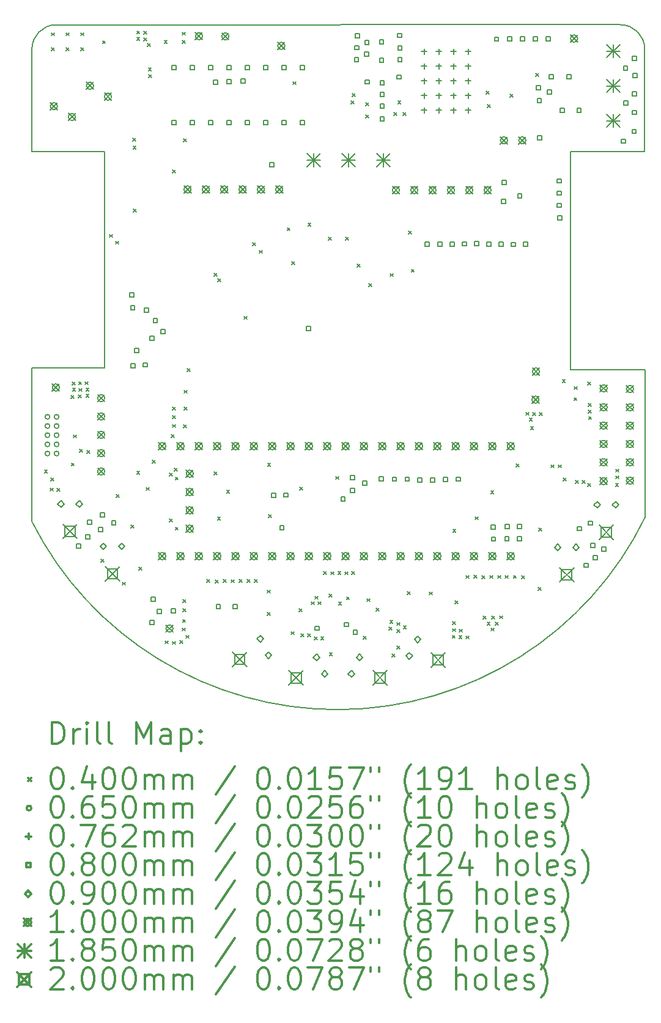
<source format=gbr>
%FSLAX45Y45*%
G04 Gerber Fmt 4.5, Leading zero omitted, Abs format (unit mm)*
G04 Created by KiCad (PCBNEW (5.1.12-1-10_14)) date 2023-04-25 20:34:54*
%MOMM*%
%LPD*%
G01*
G04 APERTURE LIST*
%TA.AperFunction,Profile*%
%ADD10C,0.150000*%
%TD*%
%ADD11C,0.200000*%
%ADD12C,0.300000*%
G04 APERTURE END LIST*
D10*
X20257081Y-12288047D02*
X20256246Y-10241280D01*
X11766296Y-12347702D02*
X11765280Y-10215880D01*
X11766742Y-5803646D02*
G75*
G02*
X12097258Y-5465318I337120J1270D01*
G01*
X19915632Y-5464789D02*
G75*
G02*
X20252182Y-5798058I-508J-337079D01*
G01*
X11767820Y-7221220D02*
X11766804Y-5803646D01*
X20251420Y-7221220D02*
X20252182Y-5798058D01*
X11767820Y-7221220D02*
X12771120Y-7221220D01*
X19222720Y-7221220D02*
X20251420Y-7221220D01*
X20256246Y-10241280D02*
X19222720Y-10241280D01*
X11765280Y-10215880D02*
X12771120Y-10215880D01*
X20257080Y-12288047D02*
G75*
G02*
X11766296Y-12347702I-4260160J2072167D01*
G01*
X19222720Y-7221220D02*
X19222720Y-10241280D01*
X12097258Y-5465318D02*
X19915632Y-5464556D01*
X12771120Y-10215880D02*
X12771120Y-7221220D01*
D11*
X11940697Y-11633683D02*
X11980697Y-11673683D01*
X11980697Y-11633683D02*
X11940697Y-11673683D01*
X12019600Y-11884980D02*
X12059600Y-11924980D01*
X12059600Y-11884980D02*
X12019600Y-11924980D01*
X12027220Y-11745280D02*
X12067220Y-11785280D01*
X12067220Y-11745280D02*
X12027220Y-11785280D01*
X12039920Y-5577260D02*
X12079920Y-5617260D01*
X12079920Y-5577260D02*
X12039920Y-5617260D01*
X12039920Y-5783900D02*
X12079920Y-5823900D01*
X12079920Y-5783900D02*
X12039920Y-5823900D01*
X12116120Y-11887520D02*
X12156120Y-11927520D01*
X12156120Y-11887520D02*
X12116120Y-11927520D01*
X12238040Y-5781360D02*
X12278040Y-5821360D01*
X12278040Y-5781360D02*
X12238040Y-5821360D01*
X12243120Y-5577260D02*
X12283120Y-5617260D01*
X12283120Y-5577260D02*
X12243120Y-5617260D01*
X12310430Y-10599740D02*
X12350430Y-10639740D01*
X12350430Y-10599740D02*
X12310430Y-10639740D01*
X12312740Y-11537000D02*
X12352740Y-11577000D01*
X12352740Y-11537000D02*
X12312740Y-11577000D01*
X12326940Y-10414320D02*
X12366940Y-10454320D01*
X12366940Y-10414320D02*
X12326940Y-10454320D01*
X12328210Y-10500680D02*
X12368210Y-10540680D01*
X12368210Y-10500680D02*
X12328210Y-10540680D01*
X12343220Y-11148380D02*
X12383220Y-11188380D01*
X12383220Y-11148380D02*
X12343220Y-11188380D01*
X12412030Y-10592120D02*
X12452030Y-10632120D01*
X12452030Y-10592120D02*
X12412030Y-10632120D01*
X12413300Y-10411780D02*
X12453300Y-10451780D01*
X12453300Y-10411780D02*
X12413300Y-10451780D01*
X12418380Y-10503220D02*
X12458380Y-10543220D01*
X12458380Y-10503220D02*
X12418380Y-10543220D01*
X12426000Y-11347770D02*
X12466000Y-11387770D01*
X12466000Y-11347770D02*
X12426000Y-11387770D01*
X12443780Y-5781360D02*
X12483780Y-5821360D01*
X12483780Y-5781360D02*
X12443780Y-5821360D01*
X12446320Y-5577260D02*
X12486320Y-5617260D01*
X12486320Y-5577260D02*
X12446320Y-5617260D01*
X12504740Y-10411780D02*
X12544740Y-10451780D01*
X12544740Y-10411780D02*
X12504740Y-10451780D01*
X12514900Y-10498140D02*
X12554900Y-10538140D01*
X12554900Y-10498140D02*
X12514900Y-10538140D01*
X12514900Y-10585770D02*
X12554900Y-10625770D01*
X12554900Y-10585770D02*
X12514900Y-10625770D01*
X12527600Y-11364280D02*
X12567600Y-11404280D01*
X12567600Y-11364280D02*
X12527600Y-11404280D01*
X12720640Y-12873040D02*
X12760640Y-12913040D01*
X12760640Y-12873040D02*
X12720640Y-12913040D01*
X12744760Y-5687380D02*
X12784760Y-5727380D01*
X12784760Y-5687380D02*
X12744760Y-5727380D01*
X12842560Y-8369620D02*
X12882560Y-8409620D01*
X12882560Y-8369620D02*
X12842560Y-8409620D01*
X12928920Y-8463600D02*
X12968920Y-8503600D01*
X12968920Y-8463600D02*
X12928920Y-8503600D01*
X12936600Y-11971340D02*
X12976600Y-12011340D01*
X12976600Y-11971340D02*
X12936600Y-12011340D01*
X13017820Y-13188000D02*
X13057820Y-13228000D01*
X13057820Y-13188000D02*
X13017820Y-13228000D01*
X13137200Y-12395520D02*
X13177200Y-12435520D01*
X13177200Y-12395520D02*
X13137200Y-12435520D01*
X13162600Y-7036120D02*
X13202600Y-7076120D01*
X13202600Y-7036120D02*
X13162600Y-7076120D01*
X13167680Y-7145340D02*
X13207680Y-7185340D01*
X13207680Y-7145340D02*
X13167680Y-7185340D01*
X13170220Y-8016560D02*
X13210220Y-8056560D01*
X13210220Y-8016560D02*
X13170220Y-8056560D01*
X13217210Y-5550220D02*
X13257210Y-5590220D01*
X13257210Y-5550220D02*
X13217210Y-5590220D01*
X13217210Y-5640390D02*
X13257210Y-5680390D01*
X13257210Y-5640390D02*
X13217210Y-5680390D01*
X13219075Y-11650704D02*
X13259075Y-11690704D01*
X13259075Y-11650704D02*
X13219075Y-11690704D01*
X13246420Y-12979780D02*
X13286420Y-13019780D01*
X13286420Y-12979780D02*
X13246420Y-13019780D01*
X13315000Y-5554030D02*
X13355000Y-5594030D01*
X13355000Y-5554030D02*
X13315000Y-5594030D01*
X13316270Y-5649280D02*
X13356270Y-5689280D01*
X13356270Y-5649280D02*
X13316270Y-5689280D01*
X13351830Y-11876090D02*
X13391830Y-11916090D01*
X13391830Y-11876090D02*
X13351830Y-11916090D01*
X13367070Y-5724210D02*
X13407070Y-5764210D01*
X13407070Y-5724210D02*
X13367070Y-5764210D01*
X13379770Y-6064570D02*
X13419770Y-6104570D01*
X13419770Y-6064570D02*
X13379770Y-6104570D01*
X13381040Y-6153470D02*
X13421040Y-6193470D01*
X13421040Y-6153470D02*
X13381040Y-6193470D01*
X13431840Y-11496360D02*
X13471840Y-11536360D01*
X13471840Y-11496360D02*
X13431840Y-11536360D01*
X13599480Y-5682300D02*
X13639480Y-5722300D01*
X13639480Y-5682300D02*
X13599480Y-5722300D01*
X13612180Y-14000800D02*
X13652180Y-14040800D01*
X13652180Y-14000800D02*
X13612180Y-14040800D01*
X13668060Y-12311700D02*
X13708060Y-12351700D01*
X13708060Y-12311700D02*
X13668060Y-12351700D01*
X13673140Y-11679240D02*
X13713140Y-11719240D01*
X13713140Y-11679240D02*
X13673140Y-11719240D01*
X13698540Y-11143300D02*
X13738540Y-11183300D01*
X13738540Y-11143300D02*
X13698540Y-11183300D01*
X13711240Y-10879140D02*
X13751240Y-10919140D01*
X13751240Y-10879140D02*
X13711240Y-10919140D01*
X13711240Y-14008420D02*
X13751240Y-14048420D01*
X13751240Y-14008420D02*
X13711240Y-14048420D01*
X13713780Y-7475540D02*
X13753780Y-7515540D01*
X13753780Y-7475540D02*
X13713780Y-7515540D01*
X13716320Y-10764840D02*
X13756320Y-10804840D01*
X13756320Y-10764840D02*
X13716320Y-10804840D01*
X13716320Y-11003600D02*
X13756320Y-11043600D01*
X13756320Y-11003600D02*
X13716320Y-11043600D01*
X13736640Y-11610660D02*
X13776640Y-11650660D01*
X13776640Y-11610660D02*
X13736640Y-11650660D01*
X13750610Y-11731310D02*
X13790610Y-11771310D01*
X13790610Y-11731310D02*
X13750610Y-11771310D01*
X13751880Y-12426000D02*
X13791880Y-12466000D01*
X13791880Y-12426000D02*
X13751880Y-12466000D01*
X13812840Y-13998260D02*
X13852840Y-14038260D01*
X13852840Y-13998260D02*
X13812840Y-14038260D01*
X13845860Y-5568000D02*
X13885860Y-5608000D01*
X13885860Y-5568000D02*
X13845860Y-5608000D01*
X13845860Y-5684840D02*
X13885860Y-5724840D01*
X13885860Y-5684840D02*
X13845860Y-5724840D01*
X13850940Y-13823000D02*
X13890940Y-13863000D01*
X13890940Y-13823000D02*
X13850940Y-13863000D01*
X13853480Y-13703620D02*
X13893480Y-13743620D01*
X13893480Y-13703620D02*
X13853480Y-13743620D01*
X13856020Y-13431840D02*
X13896020Y-13471840D01*
X13896020Y-13431840D02*
X13856020Y-13471840D01*
X13856020Y-13558840D02*
X13896020Y-13598840D01*
X13896020Y-13558840D02*
X13856020Y-13598840D01*
X13863640Y-7046280D02*
X13903640Y-7086280D01*
X13903640Y-7046280D02*
X13863640Y-7086280D01*
X13863640Y-11008680D02*
X13903640Y-11048680D01*
X13903640Y-11008680D02*
X13863640Y-11048680D01*
X13871260Y-10764840D02*
X13911260Y-10804840D01*
X13911260Y-10764840D02*
X13871260Y-10804840D01*
X13873800Y-10528620D02*
X13913800Y-10568620D01*
X13913800Y-10528620D02*
X13873800Y-10568620D01*
X13896660Y-13924600D02*
X13936660Y-13964600D01*
X13936660Y-13924600D02*
X13896660Y-13964600D01*
X13919520Y-10226360D02*
X13959520Y-10266360D01*
X13959520Y-10226360D02*
X13919520Y-10266360D01*
X14184950Y-13152440D02*
X14224950Y-13192440D01*
X14224950Y-13152440D02*
X14184950Y-13192440D01*
X14287820Y-8905560D02*
X14327820Y-8945560D01*
X14327820Y-8905560D02*
X14287820Y-8945560D01*
X14287820Y-11661460D02*
X14327820Y-11701460D01*
X14327820Y-11661460D02*
X14287820Y-11701460D01*
X14303060Y-13156250D02*
X14343060Y-13196250D01*
X14343060Y-13156250D02*
X14303060Y-13196250D01*
X14336080Y-12288840D02*
X14376080Y-12328840D01*
X14376080Y-12288840D02*
X14336080Y-12328840D01*
X14338620Y-8984300D02*
X14378620Y-9024300D01*
X14378620Y-8984300D02*
X14338620Y-9024300D01*
X14414820Y-13152440D02*
X14454820Y-13192440D01*
X14454820Y-13152440D02*
X14414820Y-13192440D01*
X14463080Y-11912920D02*
X14503080Y-11952920D01*
X14503080Y-11912920D02*
X14463080Y-11952920D01*
X14525310Y-13154980D02*
X14565310Y-13194980D01*
X14565310Y-13154980D02*
X14525310Y-13194980D01*
X14635800Y-13152440D02*
X14675800Y-13192440D01*
X14675800Y-13152440D02*
X14635800Y-13192440D01*
X14704380Y-9505000D02*
X14744380Y-9545000D01*
X14744380Y-9505000D02*
X14704380Y-9545000D01*
X14743750Y-13149900D02*
X14783750Y-13189900D01*
X14783750Y-13149900D02*
X14743750Y-13189900D01*
X14821220Y-8483920D02*
X14861220Y-8523920D01*
X14861220Y-8483920D02*
X14821220Y-8523920D01*
X14849160Y-13152440D02*
X14889160Y-13192440D01*
X14889160Y-13152440D02*
X14849160Y-13192440D01*
X14917740Y-8590600D02*
X14957740Y-8630600D01*
X14957740Y-8590600D02*
X14917740Y-8630600D01*
X15024420Y-13297160D02*
X15064420Y-13337160D01*
X15064420Y-13297160D02*
X15024420Y-13337160D01*
X15024420Y-13607160D02*
X15064420Y-13647160D01*
X15064420Y-13607160D02*
X15024420Y-13647160D01*
X15028904Y-11538944D02*
X15068904Y-11578944D01*
X15068904Y-11538944D02*
X15028904Y-11578944D01*
X15044740Y-12250740D02*
X15084740Y-12290740D01*
X15084740Y-12250740D02*
X15044740Y-12290740D01*
X15301280Y-8278180D02*
X15341280Y-8318180D01*
X15341280Y-8278180D02*
X15301280Y-8318180D01*
X15354620Y-13873800D02*
X15394620Y-13913800D01*
X15394620Y-13873800D02*
X15354620Y-13913800D01*
X15367320Y-8748080D02*
X15407320Y-8788080D01*
X15407320Y-8748080D02*
X15367320Y-8788080D01*
X15380020Y-6253800D02*
X15420020Y-6293800D01*
X15420020Y-6253800D02*
X15380020Y-6293800D01*
X15467650Y-13557570D02*
X15507650Y-13597570D01*
X15507650Y-13557570D02*
X15467650Y-13597570D01*
X15476540Y-11869740D02*
X15516540Y-11909740D01*
X15516540Y-11869740D02*
X15476540Y-11909740D01*
X15489240Y-13904280D02*
X15529240Y-13944280D01*
X15529240Y-13904280D02*
X15489240Y-13944280D01*
X15585760Y-13904280D02*
X15625760Y-13944280D01*
X15625760Y-13904280D02*
X15585760Y-13944280D01*
X15588300Y-8212140D02*
X15628300Y-8252140D01*
X15628300Y-8212140D02*
X15588300Y-8252140D01*
X15637830Y-13458510D02*
X15677830Y-13498510D01*
X15677830Y-13458510D02*
X15637830Y-13498510D01*
X15674660Y-13944920D02*
X15714660Y-13984920D01*
X15714660Y-13944920D02*
X15674660Y-13984920D01*
X15684820Y-13383580D02*
X15724820Y-13423580D01*
X15724820Y-13383580D02*
X15684820Y-13423580D01*
X15730540Y-13458510D02*
X15770540Y-13498510D01*
X15770540Y-13458510D02*
X15730540Y-13498510D01*
X15766100Y-13944920D02*
X15806100Y-13984920D01*
X15806100Y-13944920D02*
X15766100Y-13984920D01*
X15805470Y-13041950D02*
X15845470Y-13081950D01*
X15845470Y-13041950D02*
X15805470Y-13081950D01*
X15870240Y-8407720D02*
X15910240Y-8447720D01*
X15910240Y-8407720D02*
X15870240Y-8447720D01*
X15877860Y-13350560D02*
X15917860Y-13390560D01*
X15917860Y-13350560D02*
X15877860Y-13390560D01*
X15885480Y-14163360D02*
X15925480Y-14203360D01*
X15925480Y-14163360D02*
X15885480Y-14203360D01*
X15905800Y-13043220D02*
X15945800Y-13083220D01*
X15945800Y-13043220D02*
X15905800Y-13083220D01*
X15971840Y-11722420D02*
X16011840Y-11762420D01*
X16011840Y-11722420D02*
X15971840Y-11762420D01*
X16003590Y-13041950D02*
X16043590Y-13081950D01*
X16043590Y-13041950D02*
X16003590Y-13081950D01*
X16012480Y-13462320D02*
X16052480Y-13502320D01*
X16052480Y-13462320D02*
X16012480Y-13502320D01*
X16098840Y-13043220D02*
X16138840Y-13083220D01*
X16138840Y-13043220D02*
X16098840Y-13083220D01*
X16109000Y-8407720D02*
X16149000Y-8447720D01*
X16149000Y-8407720D02*
X16109000Y-8447720D01*
X16121700Y-13391200D02*
X16161700Y-13431200D01*
X16161700Y-13391200D02*
X16121700Y-13431200D01*
X16187740Y-6523040D02*
X16227740Y-6563040D01*
X16227740Y-6523040D02*
X16187740Y-6563040D01*
X16194090Y-13041950D02*
X16234090Y-13081950D01*
X16234090Y-13041950D02*
X16194090Y-13081950D01*
X16202980Y-6416360D02*
X16242980Y-6456360D01*
X16242980Y-6416360D02*
X16202980Y-6456360D01*
X16270290Y-8778560D02*
X16310290Y-8818560D01*
X16310290Y-8778560D02*
X16270290Y-8818560D01*
X16352840Y-13934760D02*
X16392840Y-13974760D01*
X16392840Y-13934760D02*
X16352840Y-13974760D01*
X16385860Y-6545900D02*
X16425860Y-6585900D01*
X16425860Y-6545900D02*
X16385860Y-6585900D01*
X16390940Y-6713540D02*
X16430940Y-6753540D01*
X16430940Y-6713540D02*
X16390940Y-6753540D01*
X16403640Y-13416600D02*
X16443640Y-13456600D01*
X16443640Y-13416600D02*
X16403640Y-13456600D01*
X16430310Y-9049070D02*
X16470310Y-9089070D01*
X16470310Y-9049070D02*
X16430310Y-9089070D01*
X16530640Y-13546140D02*
X16570640Y-13586140D01*
X16570640Y-13546140D02*
X16530640Y-13586140D01*
X16710980Y-13812840D02*
X16750980Y-13852840D01*
X16750980Y-13812840D02*
X16710980Y-13852840D01*
X16723680Y-13718860D02*
X16763680Y-13758860D01*
X16763680Y-13718860D02*
X16723680Y-13758860D01*
X16728795Y-8911905D02*
X16768795Y-8951905D01*
X16768795Y-8911905D02*
X16728795Y-8951905D01*
X16755430Y-14183680D02*
X16795430Y-14223680D01*
X16795430Y-14183680D02*
X16755430Y-14223680D01*
X16777020Y-6683060D02*
X16817020Y-6723060D01*
X16817020Y-6683060D02*
X16777020Y-6723060D01*
X16817660Y-13746800D02*
X16857660Y-13786800D01*
X16857660Y-13746800D02*
X16817660Y-13786800D01*
X16820200Y-13845860D02*
X16860200Y-13885860D01*
X16860200Y-13845860D02*
X16820200Y-13885860D01*
X16820200Y-14074460D02*
X16860200Y-14114460D01*
X16860200Y-14074460D02*
X16820200Y-14114460D01*
X16832900Y-6517960D02*
X16872900Y-6557960D01*
X16872900Y-6517960D02*
X16832900Y-6557960D01*
X16906560Y-6683060D02*
X16946560Y-6723060D01*
X16946560Y-6683060D02*
X16906560Y-6723060D01*
X16909100Y-13792520D02*
X16949100Y-13832520D01*
X16949100Y-13792520D02*
X16909100Y-13832520D01*
X16967520Y-13320020D02*
X17007520Y-13360020D01*
X17007520Y-13320020D02*
X16967520Y-13360020D01*
X16982760Y-8323900D02*
X17022760Y-8363900D01*
X17022760Y-8323900D02*
X16982760Y-8363900D01*
X17019590Y-8852060D02*
X17059590Y-8892060D01*
X17059590Y-8852060D02*
X17019590Y-8892060D01*
X17267240Y-13322560D02*
X17307240Y-13362560D01*
X17307240Y-13322560D02*
X17267240Y-13362560D01*
X17587280Y-13924600D02*
X17627280Y-13964600D01*
X17627280Y-13924600D02*
X17587280Y-13964600D01*
X17591090Y-13734100D02*
X17631090Y-13774100D01*
X17631090Y-13734100D02*
X17591090Y-13774100D01*
X17591090Y-13831890D02*
X17631090Y-13871890D01*
X17631090Y-13831890D02*
X17591090Y-13871890D01*
X17594840Y-12453940D02*
X17634840Y-12493940D01*
X17634840Y-12453940D02*
X17594840Y-12493940D01*
X17622200Y-13447720D02*
X17662200Y-13487720D01*
X17662200Y-13447720D02*
X17622200Y-13487720D01*
X17679990Y-13929680D02*
X17719990Y-13969680D01*
X17719990Y-13929680D02*
X17679990Y-13969680D01*
X17682530Y-13839510D02*
X17722530Y-13879510D01*
X17722530Y-13839510D02*
X17682530Y-13879510D01*
X17775240Y-13095290D02*
X17815240Y-13135290D01*
X17815240Y-13095290D02*
X17775240Y-13135290D01*
X17780320Y-13933490D02*
X17820320Y-13973490D01*
X17820320Y-13933490D02*
X17780320Y-13973490D01*
X17887000Y-13092750D02*
X17927000Y-13132750D01*
X17927000Y-13092750D02*
X17887000Y-13132750D01*
X17904840Y-12281160D02*
X17944840Y-12321160D01*
X17944840Y-12281160D02*
X17904840Y-12321160D01*
X17997490Y-13096560D02*
X18037490Y-13136560D01*
X18037490Y-13096560D02*
X17997490Y-13136560D01*
X18016540Y-13655360D02*
X18056540Y-13695360D01*
X18056540Y-13655360D02*
X18016540Y-13695360D01*
X18057180Y-6383340D02*
X18097180Y-6423340D01*
X18097180Y-6383340D02*
X18057180Y-6423340D01*
X18068610Y-13742990D02*
X18108610Y-13782990D01*
X18108610Y-13742990D02*
X18068610Y-13782990D01*
X18072420Y-6568760D02*
X18112420Y-6608760D01*
X18112420Y-6568760D02*
X18072420Y-6608760D01*
X18106710Y-13095290D02*
X18146710Y-13135290D01*
X18146710Y-13095290D02*
X18106710Y-13135290D01*
X18119410Y-11923080D02*
X18159410Y-11963080D01*
X18159410Y-11923080D02*
X18119410Y-11963080D01*
X18124490Y-13823000D02*
X18164490Y-13863000D01*
X18164490Y-13823000D02*
X18124490Y-13863000D01*
X18130840Y-13655360D02*
X18170840Y-13695360D01*
X18170840Y-13655360D02*
X18130840Y-13695360D01*
X18184180Y-13740450D02*
X18224180Y-13780450D01*
X18224180Y-13740450D02*
X18184180Y-13780450D01*
X18215930Y-13095290D02*
X18255930Y-13135290D01*
X18255930Y-13095290D02*
X18215930Y-13135290D01*
X18245140Y-13652820D02*
X18285140Y-13692820D01*
X18285140Y-13652820D02*
X18245140Y-13692820D01*
X18321340Y-13095290D02*
X18361340Y-13135290D01*
X18361340Y-13095290D02*
X18321340Y-13135290D01*
X18389920Y-6426520D02*
X18429920Y-6466520D01*
X18429920Y-6426520D02*
X18389920Y-6466520D01*
X18433100Y-13095290D02*
X18473100Y-13135290D01*
X18473100Y-13095290D02*
X18433100Y-13135290D01*
X18472470Y-11549700D02*
X18512470Y-11589700D01*
X18512470Y-11549700D02*
X18472470Y-11589700D01*
X18544860Y-13096560D02*
X18584860Y-13136560D01*
X18584860Y-13096560D02*
X18544860Y-13136560D01*
X18608360Y-10833420D02*
X18648360Y-10873420D01*
X18648360Y-10833420D02*
X18608360Y-10873420D01*
X18654080Y-10913430D02*
X18694080Y-10953430D01*
X18694080Y-10913430D02*
X18654080Y-10953430D01*
X18670590Y-11035350D02*
X18710590Y-11075350D01*
X18710590Y-11035350D02*
X18670590Y-11075350D01*
X18701070Y-10835960D02*
X18741070Y-10875960D01*
X18741070Y-10835960D02*
X18701070Y-10875960D01*
X18740440Y-6142040D02*
X18780440Y-6182040D01*
X18780440Y-6142040D02*
X18740440Y-6182040D01*
X18776000Y-13261720D02*
X18816000Y-13301720D01*
X18816000Y-13261720D02*
X18776000Y-13301720D01*
X18783620Y-12441180D02*
X18823620Y-12481180D01*
X18823620Y-12441180D02*
X18783620Y-12481180D01*
X18793780Y-10835960D02*
X18833780Y-10875960D01*
X18833780Y-10835960D02*
X18793780Y-10875960D01*
X18953800Y-11561130D02*
X18993800Y-11601130D01*
X18993800Y-11561130D02*
X18953800Y-11601130D01*
X19054130Y-11561130D02*
X19094130Y-11601130D01*
X19094130Y-11561130D02*
X19054130Y-11601130D01*
X19110010Y-10383840D02*
X19150010Y-10423840D01*
X19150010Y-10383840D02*
X19110010Y-10423840D01*
X19126520Y-11744340D02*
X19166520Y-11784340D01*
X19166520Y-11744340D02*
X19126520Y-11784340D01*
X19271300Y-10631490D02*
X19311300Y-10671490D01*
X19311300Y-10631490D02*
X19271300Y-10671490D01*
X19278920Y-10477760D02*
X19318920Y-10517760D01*
X19318920Y-10477760D02*
X19278920Y-10517760D01*
X19291620Y-11775760D02*
X19331620Y-11815760D01*
X19331620Y-11775760D02*
X19291620Y-11815760D01*
X19383060Y-11778300D02*
X19423060Y-11818300D01*
X19423060Y-11778300D02*
X19383060Y-11818300D01*
X19460530Y-10414320D02*
X19500530Y-10454320D01*
X19500530Y-10414320D02*
X19460530Y-10454320D01*
X19464340Y-11818940D02*
X19504340Y-11858940D01*
X19504340Y-11818940D02*
X19464340Y-11858940D01*
X19470690Y-10708960D02*
X19510690Y-10748960D01*
X19510690Y-10708960D02*
X19470690Y-10748960D01*
X19473230Y-10802940D02*
X19513230Y-10842940D01*
X19513230Y-10802940D02*
X19473230Y-10842940D01*
X19475770Y-10893110D02*
X19515770Y-10933110D01*
X19515770Y-10893110D02*
X19475770Y-10933110D01*
X19846610Y-11820210D02*
X19886610Y-11860210D01*
X19886610Y-11820210D02*
X19846610Y-11860210D01*
X19849150Y-11622090D02*
X19889150Y-11662090D01*
X19889150Y-11622090D02*
X19849150Y-11662090D01*
X19850420Y-11714800D02*
X19890420Y-11754800D01*
X19890420Y-11714800D02*
X19850420Y-11754800D01*
X12013680Y-10896600D02*
G75*
G03*
X12013680Y-10896600I-32500J0D01*
G01*
X12013680Y-11023600D02*
G75*
G03*
X12013680Y-11023600I-32500J0D01*
G01*
X12013680Y-11150600D02*
G75*
G03*
X12013680Y-11150600I-32500J0D01*
G01*
X12013680Y-11277600D02*
G75*
G03*
X12013680Y-11277600I-32500J0D01*
G01*
X12013680Y-11404600D02*
G75*
G03*
X12013680Y-11404600I-32500J0D01*
G01*
X12140680Y-10896600D02*
G75*
G03*
X12140680Y-10896600I-32500J0D01*
G01*
X12140680Y-11023600D02*
G75*
G03*
X12140680Y-11023600I-32500J0D01*
G01*
X12140680Y-11150600D02*
G75*
G03*
X12140680Y-11150600I-32500J0D01*
G01*
X12140680Y-11277600D02*
G75*
G03*
X12140680Y-11277600I-32500J0D01*
G01*
X12140680Y-11404600D02*
G75*
G03*
X12140680Y-11404600I-32500J0D01*
G01*
X17198340Y-5796280D02*
X17198340Y-5872480D01*
X17160240Y-5834380D02*
X17236440Y-5834380D01*
X17198340Y-5999480D02*
X17198340Y-6075680D01*
X17160240Y-6037580D02*
X17236440Y-6037580D01*
X17198340Y-6202680D02*
X17198340Y-6278880D01*
X17160240Y-6240780D02*
X17236440Y-6240780D01*
X17198340Y-6405880D02*
X17198340Y-6482080D01*
X17160240Y-6443980D02*
X17236440Y-6443980D01*
X17198340Y-6609080D02*
X17198340Y-6685280D01*
X17160240Y-6647180D02*
X17236440Y-6647180D01*
X17401540Y-5796280D02*
X17401540Y-5872480D01*
X17363440Y-5834380D02*
X17439640Y-5834380D01*
X17401540Y-5999480D02*
X17401540Y-6075680D01*
X17363440Y-6037580D02*
X17439640Y-6037580D01*
X17401540Y-6202680D02*
X17401540Y-6278880D01*
X17363440Y-6240780D02*
X17439640Y-6240780D01*
X17401540Y-6405880D02*
X17401540Y-6482080D01*
X17363440Y-6443980D02*
X17439640Y-6443980D01*
X17401540Y-6609080D02*
X17401540Y-6685280D01*
X17363440Y-6647180D02*
X17439640Y-6647180D01*
X17604740Y-5796280D02*
X17604740Y-5872480D01*
X17566640Y-5834380D02*
X17642840Y-5834380D01*
X17604740Y-5999480D02*
X17604740Y-6075680D01*
X17566640Y-6037580D02*
X17642840Y-6037580D01*
X17604740Y-6202680D02*
X17604740Y-6278880D01*
X17566640Y-6240780D02*
X17642840Y-6240780D01*
X17604740Y-6405880D02*
X17604740Y-6482080D01*
X17566640Y-6443980D02*
X17642840Y-6443980D01*
X17604740Y-6609080D02*
X17604740Y-6685280D01*
X17566640Y-6647180D02*
X17642840Y-6647180D01*
X17807940Y-5796280D02*
X17807940Y-5872480D01*
X17769840Y-5834380D02*
X17846040Y-5834380D01*
X17807940Y-5999480D02*
X17807940Y-6075680D01*
X17769840Y-6037580D02*
X17846040Y-6037580D01*
X17807940Y-6202680D02*
X17807940Y-6278880D01*
X17769840Y-6240780D02*
X17846040Y-6240780D01*
X17807940Y-6405880D02*
X17807940Y-6482080D01*
X17769840Y-6443980D02*
X17846040Y-6443980D01*
X17807940Y-6609080D02*
X17807940Y-6685280D01*
X17769840Y-6647180D02*
X17846040Y-6647180D01*
X12443804Y-12718124D02*
X12443804Y-12661555D01*
X12387235Y-12661555D01*
X12387235Y-12718124D01*
X12443804Y-12718124D01*
X12565724Y-12586044D02*
X12565724Y-12529475D01*
X12509155Y-12529475D01*
X12509155Y-12586044D01*
X12565724Y-12586044D01*
X12593664Y-12382844D02*
X12593664Y-12326275D01*
X12537095Y-12326275D01*
X12537095Y-12382844D01*
X12593664Y-12382844D01*
X12748604Y-12484444D02*
X12748604Y-12427875D01*
X12692035Y-12427875D01*
X12692035Y-12484444D01*
X12748604Y-12484444D01*
X12771464Y-12286324D02*
X12771464Y-12229755D01*
X12714895Y-12229755D01*
X12714895Y-12286324D01*
X12771464Y-12286324D01*
X12927674Y-12394274D02*
X12927674Y-12337705D01*
X12871105Y-12337705D01*
X12871105Y-12394274D01*
X12927674Y-12394274D01*
X13177864Y-9238325D02*
X13177864Y-9181756D01*
X13121295Y-9181756D01*
X13121295Y-9238325D01*
X13177864Y-9238325D01*
X13190564Y-9413585D02*
X13190564Y-9357016D01*
X13133995Y-9357016D01*
X13133995Y-9413585D01*
X13190564Y-9413585D01*
X13193104Y-10216225D02*
X13193104Y-10159656D01*
X13136535Y-10159656D01*
X13136535Y-10216225D01*
X13193104Y-10216225D01*
X13246444Y-10005405D02*
X13246444Y-9948836D01*
X13189875Y-9948836D01*
X13189875Y-10005405D01*
X13246444Y-10005405D01*
X13365824Y-10206065D02*
X13365824Y-10149496D01*
X13309255Y-10149496D01*
X13309255Y-10206065D01*
X13365824Y-10206065D01*
X13381064Y-9449145D02*
X13381064Y-9392576D01*
X13324495Y-9392576D01*
X13324495Y-9449145D01*
X13381064Y-9449145D01*
X13454724Y-9835225D02*
X13454724Y-9778656D01*
X13398155Y-9778656D01*
X13398155Y-9835225D01*
X13454724Y-9835225D01*
X13454724Y-13774764D02*
X13454724Y-13718195D01*
X13398155Y-13718195D01*
X13398155Y-13774764D01*
X13454724Y-13774764D01*
X13472504Y-13452184D02*
X13472504Y-13395615D01*
X13415935Y-13395615D01*
X13415935Y-13452184D01*
X13472504Y-13452184D01*
X13502984Y-9588845D02*
X13502984Y-9532276D01*
X13446415Y-9532276D01*
X13446415Y-9588845D01*
X13502984Y-9588845D01*
X13560134Y-13623634D02*
X13560134Y-13567065D01*
X13503565Y-13567065D01*
X13503565Y-13623634D01*
X13560134Y-13623634D01*
X13607124Y-9741245D02*
X13607124Y-9684676D01*
X13550555Y-9684676D01*
X13550555Y-9741245D01*
X13607124Y-9741245D01*
X13753174Y-13610934D02*
X13753174Y-13554365D01*
X13696605Y-13554365D01*
X13696605Y-13610934D01*
X13753174Y-13610934D01*
X13759524Y-6086184D02*
X13759524Y-6029615D01*
X13702955Y-6029615D01*
X13702955Y-6086184D01*
X13759524Y-6086184D01*
X13759524Y-6848184D02*
X13759524Y-6791615D01*
X13702955Y-6791615D01*
X13702955Y-6848184D01*
X13759524Y-6848184D01*
X14013524Y-6086184D02*
X14013524Y-6029615D01*
X13956955Y-6029615D01*
X13956955Y-6086184D01*
X14013524Y-6086184D01*
X14013524Y-6848184D02*
X14013524Y-6791615D01*
X13956955Y-6791615D01*
X13956955Y-6848184D01*
X14013524Y-6848184D01*
X14267524Y-6086184D02*
X14267524Y-6029615D01*
X14210955Y-6029615D01*
X14210955Y-6086184D01*
X14267524Y-6086184D01*
X14267524Y-6848184D02*
X14267524Y-6791615D01*
X14210955Y-6791615D01*
X14210955Y-6848184D01*
X14267524Y-6848184D01*
X14338644Y-6286844D02*
X14338644Y-6230275D01*
X14282075Y-6230275D01*
X14282075Y-6286844D01*
X14338644Y-6286844D01*
X14375474Y-13552514D02*
X14375474Y-13495945D01*
X14318905Y-13495945D01*
X14318905Y-13552514D01*
X14375474Y-13552514D01*
X14521524Y-6086184D02*
X14521524Y-6029615D01*
X14464955Y-6029615D01*
X14464955Y-6086184D01*
X14521524Y-6086184D01*
X14521524Y-6281764D02*
X14521524Y-6225195D01*
X14464955Y-6225195D01*
X14464955Y-6281764D01*
X14521524Y-6281764D01*
X14521524Y-6848184D02*
X14521524Y-6791615D01*
X14464955Y-6791615D01*
X14464955Y-6848184D01*
X14521524Y-6848184D01*
X14609154Y-13555054D02*
X14609154Y-13498485D01*
X14552585Y-13498485D01*
X14552585Y-13555054D01*
X14609154Y-13555054D01*
X14717104Y-6271604D02*
X14717104Y-6215035D01*
X14660535Y-6215035D01*
X14660535Y-6271604D01*
X14717104Y-6271604D01*
X14775524Y-6086184D02*
X14775524Y-6029615D01*
X14718955Y-6029615D01*
X14718955Y-6086184D01*
X14775524Y-6086184D01*
X14775524Y-6848184D02*
X14775524Y-6791615D01*
X14718955Y-6791615D01*
X14718955Y-6848184D01*
X14775524Y-6848184D01*
X15029524Y-6086184D02*
X15029524Y-6029615D01*
X14972955Y-6029615D01*
X14972955Y-6086184D01*
X15029524Y-6086184D01*
X15029524Y-6848184D02*
X15029524Y-6791615D01*
X14972955Y-6791615D01*
X14972955Y-6848184D01*
X15029524Y-6848184D01*
X15118424Y-7434924D02*
X15118424Y-7378355D01*
X15061855Y-7378355D01*
X15061855Y-7434924D01*
X15118424Y-7434924D01*
X15141284Y-12014544D02*
X15141284Y-11957975D01*
X15084715Y-11957975D01*
X15084715Y-12014544D01*
X15141284Y-12014544D01*
X15255584Y-12459044D02*
X15255584Y-12402475D01*
X15199015Y-12402475D01*
X15199015Y-12459044D01*
X15255584Y-12459044D01*
X15283524Y-6086184D02*
X15283524Y-6029615D01*
X15226955Y-6029615D01*
X15226955Y-6086184D01*
X15283524Y-6086184D01*
X15283524Y-6848184D02*
X15283524Y-6791615D01*
X15226955Y-6791615D01*
X15226955Y-6848184D01*
X15283524Y-6848184D01*
X15311464Y-12009464D02*
X15311464Y-11952895D01*
X15254895Y-11952895D01*
X15254895Y-12009464D01*
X15311464Y-12009464D01*
X15537524Y-6086184D02*
X15537524Y-6029615D01*
X15480955Y-6029615D01*
X15480955Y-6086184D01*
X15537524Y-6086184D01*
X15537524Y-6848184D02*
X15537524Y-6791615D01*
X15480955Y-6791615D01*
X15480955Y-6848184D01*
X15537524Y-6848184D01*
X15622614Y-9703145D02*
X15622614Y-9646576D01*
X15566045Y-9646576D01*
X15566045Y-9703145D01*
X15622614Y-9703145D01*
X15740724Y-13853504D02*
X15740724Y-13796935D01*
X15684155Y-13796935D01*
X15684155Y-13853504D01*
X15740724Y-13853504D01*
X16103944Y-12065344D02*
X16103944Y-12008775D01*
X16047375Y-12008775D01*
X16047375Y-12065344D01*
X16103944Y-12065344D01*
X16149664Y-13802704D02*
X16149664Y-13746135D01*
X16093095Y-13746135D01*
X16093095Y-13802704D01*
X16149664Y-13802704D01*
X16236024Y-11768164D02*
X16236024Y-11711595D01*
X16179455Y-11711595D01*
X16179455Y-11768164D01*
X16236024Y-11768164D01*
X16236024Y-11945964D02*
X16236024Y-11889395D01*
X16179455Y-11889395D01*
X16179455Y-11945964D01*
X16236024Y-11945964D01*
X16271584Y-13909384D02*
X16271584Y-13852815D01*
X16215015Y-13852815D01*
X16215015Y-13909384D01*
X16271584Y-13909384D01*
X16289364Y-5974424D02*
X16289364Y-5917855D01*
X16232795Y-5917855D01*
X16232795Y-5974424D01*
X16289364Y-5974424D01*
X16291904Y-5811864D02*
X16291904Y-5755295D01*
X16235335Y-5755295D01*
X16235335Y-5811864D01*
X16291904Y-5811864D01*
X16304604Y-5646764D02*
X16304604Y-5590196D01*
X16248035Y-5590196D01*
X16248035Y-5646764D01*
X16304604Y-5646764D01*
X16406204Y-11841824D02*
X16406204Y-11785255D01*
X16349635Y-11785255D01*
X16349635Y-11841824D01*
X16406204Y-11841824D01*
X16431604Y-5900764D02*
X16431604Y-5844195D01*
X16375035Y-5844195D01*
X16375035Y-5900764D01*
X16431604Y-5900764D01*
X16434144Y-5740744D02*
X16434144Y-5684175D01*
X16377575Y-5684175D01*
X16377575Y-5740744D01*
X16434144Y-5740744D01*
X16436684Y-6285534D02*
X16436684Y-6228965D01*
X16380115Y-6228965D01*
X16380115Y-6285534D01*
X16436684Y-6285534D01*
X16634804Y-11785944D02*
X16634804Y-11729375D01*
X16578235Y-11729375D01*
X16578235Y-11785944D01*
X16634804Y-11785944D01*
X16637344Y-5732044D02*
X16637344Y-5675475D01*
X16580775Y-5675475D01*
X16580775Y-5732044D01*
X16637344Y-5732044D01*
X16637344Y-5982044D02*
X16637344Y-5925475D01*
X16580775Y-5925475D01*
X16580775Y-5982044D01*
X16637344Y-5982044D01*
X16643734Y-6298234D02*
X16643734Y-6241665D01*
X16587165Y-6241665D01*
X16587165Y-6298234D01*
X16643734Y-6298234D01*
X16643734Y-6460794D02*
X16643734Y-6404225D01*
X16587165Y-6404225D01*
X16587165Y-6460794D01*
X16643734Y-6460794D01*
X16643734Y-6620814D02*
X16643734Y-6564245D01*
X16587165Y-6564245D01*
X16587165Y-6620814D01*
X16643734Y-6620814D01*
X16643734Y-6798614D02*
X16643734Y-6742045D01*
X16587165Y-6742045D01*
X16587165Y-6798614D01*
X16643734Y-6798614D01*
X16815145Y-11788484D02*
X16815145Y-11731915D01*
X16758575Y-11731915D01*
X16758575Y-11788484D01*
X16815145Y-11788484D01*
X16874795Y-6218264D02*
X16874795Y-6161695D01*
X16818226Y-6161695D01*
X16818226Y-6218264D01*
X16874795Y-6218264D01*
X16883725Y-5641684D02*
X16883725Y-5585116D01*
X16827156Y-5585116D01*
X16827156Y-5641684D01*
X16883725Y-5641684D01*
X16891345Y-5816944D02*
X16891345Y-5760375D01*
X16834776Y-5760375D01*
X16834776Y-5816944D01*
X16891345Y-5816944D01*
X16891345Y-5976964D02*
X16891345Y-5920395D01*
X16834776Y-5920395D01*
X16834776Y-5976964D01*
X16891345Y-5976964D01*
X16992945Y-11788484D02*
X16992945Y-11731915D01*
X16936376Y-11731915D01*
X16936376Y-11788484D01*
X16992945Y-11788484D01*
X17168205Y-11801184D02*
X17168205Y-11744615D01*
X17111636Y-11744615D01*
X17111636Y-11801184D01*
X17168205Y-11801184D01*
X17269805Y-8532205D02*
X17269805Y-8475636D01*
X17213236Y-8475636D01*
X17213236Y-8532205D01*
X17269805Y-8532205D01*
X17346005Y-11801184D02*
X17346005Y-11744615D01*
X17289436Y-11744615D01*
X17289436Y-11801184D01*
X17346005Y-11801184D01*
X17442525Y-8534745D02*
X17442525Y-8478176D01*
X17385956Y-8478176D01*
X17385956Y-8534745D01*
X17442525Y-8534745D01*
X17521265Y-11793564D02*
X17521265Y-11736995D01*
X17464696Y-11736995D01*
X17464696Y-11793564D01*
X17521265Y-11793564D01*
X17615245Y-8532205D02*
X17615245Y-8475636D01*
X17558676Y-8475636D01*
X17558676Y-8532205D01*
X17615245Y-8532205D01*
X17699065Y-11788484D02*
X17699065Y-11731915D01*
X17642496Y-11731915D01*
X17642496Y-11788484D01*
X17699065Y-11788484D01*
X17785425Y-8529665D02*
X17785425Y-8473096D01*
X17728856Y-8473096D01*
X17728856Y-8529665D01*
X17785425Y-8529665D01*
X17955605Y-8527125D02*
X17955605Y-8470556D01*
X17899036Y-8470556D01*
X17899036Y-8527125D01*
X17955605Y-8527125D01*
X18123245Y-8532205D02*
X18123245Y-8475636D01*
X18066676Y-8475636D01*
X18066676Y-8532205D01*
X18123245Y-8532205D01*
X18182935Y-12450154D02*
X18182935Y-12393585D01*
X18126366Y-12393585D01*
X18126366Y-12450154D01*
X18182935Y-12450154D01*
X18186745Y-12619064D02*
X18186745Y-12562495D01*
X18130176Y-12562495D01*
X18130176Y-12619064D01*
X18186745Y-12619064D01*
X18227385Y-5692484D02*
X18227385Y-5635915D01*
X18170816Y-5635915D01*
X18170816Y-5692484D01*
X18227385Y-5692484D01*
X18293425Y-8534745D02*
X18293425Y-8478176D01*
X18236856Y-8478176D01*
X18236856Y-8534745D01*
X18293425Y-8534745D01*
X18323905Y-7937844D02*
X18323905Y-7881275D01*
X18267336Y-7881275D01*
X18267336Y-7937844D01*
X18323905Y-7937844D01*
X18334065Y-7676224D02*
X18334065Y-7619655D01*
X18277496Y-7619655D01*
X18277496Y-7676224D01*
X18334065Y-7676224D01*
X18372165Y-12615254D02*
X18372165Y-12558685D01*
X18315596Y-12558685D01*
X18315596Y-12615254D01*
X18372165Y-12615254D01*
X18373435Y-12442534D02*
X18373435Y-12385965D01*
X18316866Y-12385965D01*
X18316866Y-12442534D01*
X18373435Y-12442534D01*
X18410265Y-5689944D02*
X18410265Y-5633375D01*
X18353696Y-5633375D01*
X18353696Y-5689944D01*
X18410265Y-5689944D01*
X18463605Y-8537285D02*
X18463605Y-8480716D01*
X18407036Y-8480716D01*
X18407036Y-8537285D01*
X18463605Y-8537285D01*
X18546155Y-12616524D02*
X18546155Y-12559955D01*
X18489586Y-12559955D01*
X18489586Y-12616524D01*
X18546155Y-12616524D01*
X18547425Y-12442534D02*
X18547425Y-12385965D01*
X18490856Y-12385965D01*
X18490856Y-12442534D01*
X18547425Y-12442534D01*
X18549965Y-7866724D02*
X18549965Y-7810155D01*
X18493396Y-7810155D01*
X18493396Y-7866724D01*
X18549965Y-7866724D01*
X18590605Y-5689944D02*
X18590605Y-5633375D01*
X18534036Y-5633375D01*
X18534036Y-5689944D01*
X18590605Y-5689944D01*
X18631245Y-8534745D02*
X18631245Y-8478176D01*
X18574676Y-8478176D01*
X18574676Y-8534745D01*
X18631245Y-8534745D01*
X18765865Y-5689944D02*
X18765865Y-5633375D01*
X18709296Y-5633375D01*
X18709296Y-5689944D01*
X18765865Y-5689944D01*
X18809045Y-6365584D02*
X18809045Y-6309015D01*
X18752476Y-6309015D01*
X18752476Y-6365584D01*
X18809045Y-6365584D01*
X18821745Y-6540844D02*
X18821745Y-6484275D01*
X18765176Y-6484275D01*
X18765176Y-6540844D01*
X18821745Y-6540844D01*
X18826825Y-7059004D02*
X18826825Y-7002435D01*
X18770256Y-7002435D01*
X18770256Y-7059004D01*
X18826825Y-7059004D01*
X18941125Y-5689944D02*
X18941125Y-5633375D01*
X18884556Y-5633375D01*
X18884556Y-5689944D01*
X18941125Y-5689944D01*
X18961445Y-6426544D02*
X18961445Y-6369975D01*
X18904876Y-6369975D01*
X18904876Y-6426544D01*
X18961445Y-6426544D01*
X18983225Y-6215724D02*
X18983225Y-6159155D01*
X18926656Y-6159155D01*
X18926656Y-6215724D01*
X18983225Y-6215724D01*
X19096065Y-7655904D02*
X19096065Y-7599335D01*
X19039496Y-7599335D01*
X19039496Y-7655904D01*
X19096065Y-7655904D01*
X19098605Y-7826084D02*
X19098605Y-7769515D01*
X19042036Y-7769515D01*
X19042036Y-7826084D01*
X19098605Y-7826084D01*
X19098605Y-7996264D02*
X19098605Y-7939695D01*
X19042036Y-7939695D01*
X19042036Y-7996264D01*
X19098605Y-7996264D01*
X19106225Y-8171524D02*
X19106225Y-8114955D01*
X19049656Y-8114955D01*
X19049656Y-8171524D01*
X19106225Y-8171524D01*
X19140515Y-6679274D02*
X19140515Y-6622705D01*
X19083946Y-6622705D01*
X19083946Y-6679274D01*
X19140515Y-6679274D01*
X19233225Y-6215724D02*
X19233225Y-6159155D01*
X19176656Y-6159155D01*
X19176656Y-6215724D01*
X19233225Y-6215724D01*
X19371655Y-6679274D02*
X19371655Y-6622705D01*
X19315086Y-6622705D01*
X19315086Y-6679274D01*
X19371655Y-6679274D01*
X19378005Y-12474284D02*
X19378005Y-12417715D01*
X19321436Y-12417715D01*
X19321436Y-12474284D01*
X19378005Y-12474284D01*
X19466905Y-12982284D02*
X19466905Y-12925715D01*
X19410336Y-12925715D01*
X19410336Y-12982284D01*
X19466905Y-12982284D01*
X19530405Y-12398084D02*
X19530405Y-12341515D01*
X19473836Y-12341515D01*
X19473836Y-12398084D01*
X19530405Y-12398084D01*
X19560885Y-12707964D02*
X19560885Y-12651395D01*
X19504316Y-12651395D01*
X19504316Y-12707964D01*
X19560885Y-12707964D01*
X19593905Y-12878144D02*
X19593905Y-12821575D01*
X19537336Y-12821575D01*
X19537336Y-12878144D01*
X19593905Y-12878144D01*
X19715825Y-12756224D02*
X19715825Y-12699655D01*
X19659256Y-12699655D01*
X19659256Y-12756224D01*
X19715825Y-12756224D01*
X19987605Y-7107264D02*
X19987605Y-7050695D01*
X19931036Y-7050695D01*
X19931036Y-7107264D01*
X19987605Y-7107264D01*
X20015545Y-6093804D02*
X20015545Y-6037235D01*
X19958976Y-6037235D01*
X19958976Y-6093804D01*
X20015545Y-6093804D01*
X20018085Y-6576404D02*
X20018085Y-6519835D01*
X19961516Y-6519835D01*
X19961516Y-6576404D01*
X20018085Y-6576404D01*
X20132385Y-6970104D02*
X20132385Y-6913535D01*
X20075816Y-6913535D01*
X20075816Y-6970104D01*
X20132385Y-6970104D01*
X20134925Y-5961724D02*
X20134925Y-5905155D01*
X20078356Y-5905155D01*
X20078356Y-5961724D01*
X20134925Y-5961724D01*
X20137465Y-6449404D02*
X20137465Y-6392835D01*
X20080896Y-6392835D01*
X20080896Y-6449404D01*
X20137465Y-6449404D01*
X20137465Y-6708484D02*
X20137465Y-6651915D01*
X20080896Y-6651915D01*
X20080896Y-6708484D01*
X20137465Y-6708484D01*
X20147625Y-6195404D02*
X20147625Y-6138835D01*
X20091056Y-6138835D01*
X20091056Y-6195404D01*
X20147625Y-6195404D01*
X12167870Y-12148100D02*
X12212870Y-12103100D01*
X12167870Y-12058100D01*
X12122870Y-12103100D01*
X12167870Y-12148100D01*
X12421870Y-12148100D02*
X12466870Y-12103100D01*
X12421870Y-12058100D01*
X12376870Y-12103100D01*
X12421870Y-12148100D01*
X12755880Y-12737380D02*
X12800880Y-12692380D01*
X12755880Y-12647380D01*
X12710880Y-12692380D01*
X12755880Y-12737380D01*
X13009880Y-12737380D02*
X13054880Y-12692380D01*
X13009880Y-12647380D01*
X12964880Y-12692380D01*
X13009880Y-12737380D01*
X14928546Y-14018827D02*
X14973546Y-13973827D01*
X14928546Y-13928827D01*
X14883546Y-13973827D01*
X14928546Y-14018827D01*
X15041880Y-14246140D02*
X15086880Y-14201140D01*
X15041880Y-14156140D01*
X14996880Y-14201140D01*
X15041880Y-14246140D01*
X15708326Y-14275367D02*
X15753326Y-14230367D01*
X15708326Y-14185367D01*
X15663326Y-14230367D01*
X15708326Y-14275367D01*
X15821660Y-14502680D02*
X15866660Y-14457680D01*
X15821660Y-14412680D01*
X15776660Y-14457680D01*
X15821660Y-14502680D01*
X16189960Y-14502680D02*
X16234960Y-14457680D01*
X16189960Y-14412680D01*
X16144960Y-14457680D01*
X16189960Y-14502680D01*
X16303294Y-14275367D02*
X16348294Y-14230367D01*
X16303294Y-14185367D01*
X16258294Y-14230367D01*
X16303294Y-14275367D01*
X16992600Y-14253760D02*
X17037600Y-14208760D01*
X16992600Y-14163760D01*
X16947600Y-14208760D01*
X16992600Y-14253760D01*
X17105934Y-14026447D02*
X17150934Y-13981447D01*
X17105934Y-13936447D01*
X17060934Y-13981447D01*
X17105934Y-14026447D01*
X19044920Y-12750080D02*
X19089920Y-12705080D01*
X19044920Y-12660080D01*
X18999920Y-12705080D01*
X19044920Y-12750080D01*
X19298920Y-12750080D02*
X19343920Y-12705080D01*
X19298920Y-12660080D01*
X19253920Y-12705080D01*
X19298920Y-12750080D01*
X19593560Y-12160800D02*
X19638560Y-12115800D01*
X19593560Y-12070800D01*
X19548560Y-12115800D01*
X19593560Y-12160800D01*
X19847560Y-12160800D02*
X19892560Y-12115800D01*
X19847560Y-12070800D01*
X19802560Y-12115800D01*
X19847560Y-12160800D01*
X12020926Y-6543733D02*
X12120926Y-6643733D01*
X12120926Y-6543733D02*
X12020926Y-6643733D01*
X12120926Y-6593733D02*
G75*
G03*
X12120926Y-6593733I-50000J0D01*
G01*
X12048020Y-10440200D02*
X12148020Y-10540200D01*
X12148020Y-10440200D02*
X12048020Y-10540200D01*
X12148020Y-10490200D02*
G75*
G03*
X12148020Y-10490200I-50000J0D01*
G01*
X12270460Y-6692373D02*
X12370460Y-6792373D01*
X12370460Y-6692373D02*
X12270460Y-6792373D01*
X12370460Y-6742373D02*
G75*
G03*
X12370460Y-6742373I-50000J0D01*
G01*
X12520460Y-6259360D02*
X12620460Y-6359360D01*
X12620460Y-6259360D02*
X12520460Y-6359360D01*
X12620460Y-6309360D02*
G75*
G03*
X12620460Y-6309360I-50000J0D01*
G01*
X12675400Y-10587520D02*
X12775400Y-10687520D01*
X12775400Y-10587520D02*
X12675400Y-10687520D01*
X12775400Y-10637520D02*
G75*
G03*
X12775400Y-10637520I-50000J0D01*
G01*
X12675400Y-10841520D02*
X12775400Y-10941520D01*
X12775400Y-10841520D02*
X12675400Y-10941520D01*
X12775400Y-10891520D02*
G75*
G03*
X12775400Y-10891520I-50000J0D01*
G01*
X12675400Y-11095520D02*
X12775400Y-11195520D01*
X12775400Y-11095520D02*
X12675400Y-11195520D01*
X12775400Y-11145520D02*
G75*
G03*
X12775400Y-11145520I-50000J0D01*
G01*
X12675400Y-11349520D02*
X12775400Y-11449520D01*
X12775400Y-11349520D02*
X12675400Y-11449520D01*
X12775400Y-11399520D02*
G75*
G03*
X12775400Y-11399520I-50000J0D01*
G01*
X12675400Y-11603520D02*
X12775400Y-11703520D01*
X12775400Y-11603520D02*
X12675400Y-11703520D01*
X12775400Y-11653520D02*
G75*
G03*
X12775400Y-11653520I-50000J0D01*
G01*
X12769380Y-6411760D02*
X12869380Y-6511760D01*
X12869380Y-6411760D02*
X12769380Y-6511760D01*
X12869380Y-6461760D02*
G75*
G03*
X12869380Y-6461760I-50000J0D01*
G01*
X13521220Y-11253000D02*
X13621220Y-11353000D01*
X13621220Y-11253000D02*
X13521220Y-11353000D01*
X13621220Y-11303000D02*
G75*
G03*
X13621220Y-11303000I-50000J0D01*
G01*
X13521220Y-12777000D02*
X13621220Y-12877000D01*
X13621220Y-12777000D02*
X13521220Y-12877000D01*
X13621220Y-12827000D02*
G75*
G03*
X13621220Y-12827000I-50000J0D01*
G01*
X13622820Y-13780300D02*
X13722820Y-13880300D01*
X13722820Y-13780300D02*
X13622820Y-13880300D01*
X13722820Y-13830300D02*
G75*
G03*
X13722820Y-13830300I-50000J0D01*
G01*
X13775220Y-11253000D02*
X13875220Y-11353000D01*
X13875220Y-11253000D02*
X13775220Y-11353000D01*
X13875220Y-11303000D02*
G75*
G03*
X13875220Y-11303000I-50000J0D01*
G01*
X13775220Y-12777000D02*
X13875220Y-12877000D01*
X13875220Y-12777000D02*
X13775220Y-12877000D01*
X13875220Y-12827000D02*
G75*
G03*
X13875220Y-12827000I-50000J0D01*
G01*
X13871740Y-7697000D02*
X13971740Y-7797000D01*
X13971740Y-7697000D02*
X13871740Y-7797000D01*
X13971740Y-7747000D02*
G75*
G03*
X13971740Y-7747000I-50000J0D01*
G01*
X13902220Y-11634000D02*
X14002220Y-11734000D01*
X14002220Y-11634000D02*
X13902220Y-11734000D01*
X14002220Y-11684000D02*
G75*
G03*
X14002220Y-11684000I-50000J0D01*
G01*
X13902220Y-11888000D02*
X14002220Y-11988000D01*
X14002220Y-11888000D02*
X13902220Y-11988000D01*
X14002220Y-11938000D02*
G75*
G03*
X14002220Y-11938000I-50000J0D01*
G01*
X13902220Y-12142000D02*
X14002220Y-12242000D01*
X14002220Y-12142000D02*
X13902220Y-12242000D01*
X14002220Y-12192000D02*
G75*
G03*
X14002220Y-12192000I-50000J0D01*
G01*
X13902220Y-12396000D02*
X14002220Y-12496000D01*
X14002220Y-12396000D02*
X13902220Y-12496000D01*
X14002220Y-12446000D02*
G75*
G03*
X14002220Y-12446000I-50000J0D01*
G01*
X14029220Y-5573560D02*
X14129220Y-5673560D01*
X14129220Y-5573560D02*
X14029220Y-5673560D01*
X14129220Y-5623560D02*
G75*
G03*
X14129220Y-5623560I-50000J0D01*
G01*
X14029220Y-11253000D02*
X14129220Y-11353000D01*
X14129220Y-11253000D02*
X14029220Y-11353000D01*
X14129220Y-11303000D02*
G75*
G03*
X14129220Y-11303000I-50000J0D01*
G01*
X14029220Y-12777000D02*
X14129220Y-12877000D01*
X14129220Y-12777000D02*
X14029220Y-12877000D01*
X14129220Y-12827000D02*
G75*
G03*
X14129220Y-12827000I-50000J0D01*
G01*
X14125740Y-7697000D02*
X14225740Y-7797000D01*
X14225740Y-7697000D02*
X14125740Y-7797000D01*
X14225740Y-7747000D02*
G75*
G03*
X14225740Y-7747000I-50000J0D01*
G01*
X14283220Y-11253000D02*
X14383220Y-11353000D01*
X14383220Y-11253000D02*
X14283220Y-11353000D01*
X14383220Y-11303000D02*
G75*
G03*
X14383220Y-11303000I-50000J0D01*
G01*
X14283220Y-12777000D02*
X14383220Y-12877000D01*
X14383220Y-12777000D02*
X14283220Y-12877000D01*
X14383220Y-12827000D02*
G75*
G03*
X14383220Y-12827000I-50000J0D01*
G01*
X14379740Y-7697000D02*
X14479740Y-7797000D01*
X14479740Y-7697000D02*
X14379740Y-7797000D01*
X14479740Y-7747000D02*
G75*
G03*
X14479740Y-7747000I-50000J0D01*
G01*
X14394980Y-5576100D02*
X14494980Y-5676100D01*
X14494980Y-5576100D02*
X14394980Y-5676100D01*
X14494980Y-5626100D02*
G75*
G03*
X14494980Y-5626100I-50000J0D01*
G01*
X14537220Y-11253000D02*
X14637220Y-11353000D01*
X14637220Y-11253000D02*
X14537220Y-11353000D01*
X14637220Y-11303000D02*
G75*
G03*
X14637220Y-11303000I-50000J0D01*
G01*
X14537220Y-12777000D02*
X14637220Y-12877000D01*
X14637220Y-12777000D02*
X14537220Y-12877000D01*
X14637220Y-12827000D02*
G75*
G03*
X14637220Y-12827000I-50000J0D01*
G01*
X14633740Y-7697000D02*
X14733740Y-7797000D01*
X14733740Y-7697000D02*
X14633740Y-7797000D01*
X14733740Y-7747000D02*
G75*
G03*
X14733740Y-7747000I-50000J0D01*
G01*
X14791220Y-11253000D02*
X14891220Y-11353000D01*
X14891220Y-11253000D02*
X14791220Y-11353000D01*
X14891220Y-11303000D02*
G75*
G03*
X14891220Y-11303000I-50000J0D01*
G01*
X14791220Y-12777000D02*
X14891220Y-12877000D01*
X14891220Y-12777000D02*
X14791220Y-12877000D01*
X14891220Y-12827000D02*
G75*
G03*
X14891220Y-12827000I-50000J0D01*
G01*
X14887740Y-7697000D02*
X14987740Y-7797000D01*
X14987740Y-7697000D02*
X14887740Y-7797000D01*
X14987740Y-7747000D02*
G75*
G03*
X14987740Y-7747000I-50000J0D01*
G01*
X15045220Y-11253000D02*
X15145220Y-11353000D01*
X15145220Y-11253000D02*
X15045220Y-11353000D01*
X15145220Y-11303000D02*
G75*
G03*
X15145220Y-11303000I-50000J0D01*
G01*
X15045220Y-12777000D02*
X15145220Y-12877000D01*
X15145220Y-12777000D02*
X15045220Y-12877000D01*
X15145220Y-12827000D02*
G75*
G03*
X15145220Y-12827000I-50000J0D01*
G01*
X15141740Y-7697000D02*
X15241740Y-7797000D01*
X15241740Y-7697000D02*
X15141740Y-7797000D01*
X15241740Y-7747000D02*
G75*
G03*
X15241740Y-7747000I-50000J0D01*
G01*
X15169680Y-5708180D02*
X15269680Y-5808180D01*
X15269680Y-5708180D02*
X15169680Y-5808180D01*
X15269680Y-5758180D02*
G75*
G03*
X15269680Y-5758180I-50000J0D01*
G01*
X15299220Y-11253000D02*
X15399220Y-11353000D01*
X15399220Y-11253000D02*
X15299220Y-11353000D01*
X15399220Y-11303000D02*
G75*
G03*
X15399220Y-11303000I-50000J0D01*
G01*
X15299220Y-12777000D02*
X15399220Y-12877000D01*
X15399220Y-12777000D02*
X15299220Y-12877000D01*
X15399220Y-12827000D02*
G75*
G03*
X15399220Y-12827000I-50000J0D01*
G01*
X15553220Y-11253000D02*
X15653220Y-11353000D01*
X15653220Y-11253000D02*
X15553220Y-11353000D01*
X15653220Y-11303000D02*
G75*
G03*
X15653220Y-11303000I-50000J0D01*
G01*
X15553220Y-12777000D02*
X15653220Y-12877000D01*
X15653220Y-12777000D02*
X15553220Y-12877000D01*
X15653220Y-12827000D02*
G75*
G03*
X15653220Y-12827000I-50000J0D01*
G01*
X15807220Y-11253000D02*
X15907220Y-11353000D01*
X15907220Y-11253000D02*
X15807220Y-11353000D01*
X15907220Y-11303000D02*
G75*
G03*
X15907220Y-11303000I-50000J0D01*
G01*
X15807220Y-12777000D02*
X15907220Y-12877000D01*
X15907220Y-12777000D02*
X15807220Y-12877000D01*
X15907220Y-12827000D02*
G75*
G03*
X15907220Y-12827000I-50000J0D01*
G01*
X16061220Y-11253000D02*
X16161220Y-11353000D01*
X16161220Y-11253000D02*
X16061220Y-11353000D01*
X16161220Y-11303000D02*
G75*
G03*
X16161220Y-11303000I-50000J0D01*
G01*
X16061220Y-12777000D02*
X16161220Y-12877000D01*
X16161220Y-12777000D02*
X16061220Y-12877000D01*
X16161220Y-12827000D02*
G75*
G03*
X16161220Y-12827000I-50000J0D01*
G01*
X16315220Y-11253000D02*
X16415220Y-11353000D01*
X16415220Y-11253000D02*
X16315220Y-11353000D01*
X16415220Y-11303000D02*
G75*
G03*
X16415220Y-11303000I-50000J0D01*
G01*
X16315220Y-12777000D02*
X16415220Y-12877000D01*
X16415220Y-12777000D02*
X16315220Y-12877000D01*
X16415220Y-12827000D02*
G75*
G03*
X16415220Y-12827000I-50000J0D01*
G01*
X16569220Y-11253000D02*
X16669220Y-11353000D01*
X16669220Y-11253000D02*
X16569220Y-11353000D01*
X16669220Y-11303000D02*
G75*
G03*
X16669220Y-11303000I-50000J0D01*
G01*
X16569220Y-12777000D02*
X16669220Y-12877000D01*
X16669220Y-12777000D02*
X16569220Y-12877000D01*
X16669220Y-12827000D02*
G75*
G03*
X16669220Y-12827000I-50000J0D01*
G01*
X16757180Y-7707160D02*
X16857180Y-7807160D01*
X16857180Y-7707160D02*
X16757180Y-7807160D01*
X16857180Y-7757160D02*
G75*
G03*
X16857180Y-7757160I-50000J0D01*
G01*
X16823220Y-11253000D02*
X16923220Y-11353000D01*
X16923220Y-11253000D02*
X16823220Y-11353000D01*
X16923220Y-11303000D02*
G75*
G03*
X16923220Y-11303000I-50000J0D01*
G01*
X16823220Y-12777000D02*
X16923220Y-12877000D01*
X16923220Y-12777000D02*
X16823220Y-12877000D01*
X16923220Y-12827000D02*
G75*
G03*
X16923220Y-12827000I-50000J0D01*
G01*
X17011180Y-7707160D02*
X17111180Y-7807160D01*
X17111180Y-7707160D02*
X17011180Y-7807160D01*
X17111180Y-7757160D02*
G75*
G03*
X17111180Y-7757160I-50000J0D01*
G01*
X17077220Y-11253000D02*
X17177220Y-11353000D01*
X17177220Y-11253000D02*
X17077220Y-11353000D01*
X17177220Y-11303000D02*
G75*
G03*
X17177220Y-11303000I-50000J0D01*
G01*
X17077220Y-12777000D02*
X17177220Y-12877000D01*
X17177220Y-12777000D02*
X17077220Y-12877000D01*
X17177220Y-12827000D02*
G75*
G03*
X17177220Y-12827000I-50000J0D01*
G01*
X17265180Y-7707160D02*
X17365180Y-7807160D01*
X17365180Y-7707160D02*
X17265180Y-7807160D01*
X17365180Y-7757160D02*
G75*
G03*
X17365180Y-7757160I-50000J0D01*
G01*
X17331220Y-11253000D02*
X17431220Y-11353000D01*
X17431220Y-11253000D02*
X17331220Y-11353000D01*
X17431220Y-11303000D02*
G75*
G03*
X17431220Y-11303000I-50000J0D01*
G01*
X17331220Y-12777000D02*
X17431220Y-12877000D01*
X17431220Y-12777000D02*
X17331220Y-12877000D01*
X17431220Y-12827000D02*
G75*
G03*
X17431220Y-12827000I-50000J0D01*
G01*
X17519180Y-7707160D02*
X17619180Y-7807160D01*
X17619180Y-7707160D02*
X17519180Y-7807160D01*
X17619180Y-7757160D02*
G75*
G03*
X17619180Y-7757160I-50000J0D01*
G01*
X17585220Y-11253000D02*
X17685220Y-11353000D01*
X17685220Y-11253000D02*
X17585220Y-11353000D01*
X17685220Y-11303000D02*
G75*
G03*
X17685220Y-11303000I-50000J0D01*
G01*
X17585220Y-12777000D02*
X17685220Y-12877000D01*
X17685220Y-12777000D02*
X17585220Y-12877000D01*
X17685220Y-12827000D02*
G75*
G03*
X17685220Y-12827000I-50000J0D01*
G01*
X17773180Y-7707160D02*
X17873180Y-7807160D01*
X17873180Y-7707160D02*
X17773180Y-7807160D01*
X17873180Y-7757160D02*
G75*
G03*
X17873180Y-7757160I-50000J0D01*
G01*
X17839220Y-11253000D02*
X17939220Y-11353000D01*
X17939220Y-11253000D02*
X17839220Y-11353000D01*
X17939220Y-11303000D02*
G75*
G03*
X17939220Y-11303000I-50000J0D01*
G01*
X17839220Y-12777000D02*
X17939220Y-12877000D01*
X17939220Y-12777000D02*
X17839220Y-12877000D01*
X17939220Y-12827000D02*
G75*
G03*
X17939220Y-12827000I-50000J0D01*
G01*
X18027180Y-7707160D02*
X18127180Y-7807160D01*
X18127180Y-7707160D02*
X18027180Y-7807160D01*
X18127180Y-7757160D02*
G75*
G03*
X18127180Y-7757160I-50000J0D01*
G01*
X18093220Y-11253000D02*
X18193220Y-11353000D01*
X18193220Y-11253000D02*
X18093220Y-11353000D01*
X18193220Y-11303000D02*
G75*
G03*
X18193220Y-11303000I-50000J0D01*
G01*
X18093220Y-12777000D02*
X18193220Y-12877000D01*
X18193220Y-12777000D02*
X18093220Y-12877000D01*
X18193220Y-12827000D02*
G75*
G03*
X18193220Y-12827000I-50000J0D01*
G01*
X18253240Y-7016280D02*
X18353240Y-7116280D01*
X18353240Y-7016280D02*
X18253240Y-7116280D01*
X18353240Y-7066280D02*
G75*
G03*
X18353240Y-7066280I-50000J0D01*
G01*
X18347220Y-11253000D02*
X18447220Y-11353000D01*
X18447220Y-11253000D02*
X18347220Y-11353000D01*
X18447220Y-11303000D02*
G75*
G03*
X18447220Y-11303000I-50000J0D01*
G01*
X18347220Y-12777000D02*
X18447220Y-12877000D01*
X18447220Y-12777000D02*
X18347220Y-12877000D01*
X18447220Y-12827000D02*
G75*
G03*
X18447220Y-12827000I-50000J0D01*
G01*
X18507240Y-7016280D02*
X18607240Y-7116280D01*
X18607240Y-7016280D02*
X18507240Y-7116280D01*
X18607240Y-7066280D02*
G75*
G03*
X18607240Y-7066280I-50000J0D01*
G01*
X18688850Y-10609110D02*
X18788850Y-10709110D01*
X18788850Y-10609110D02*
X18688850Y-10709110D01*
X18788850Y-10659110D02*
G75*
G03*
X18788850Y-10659110I-50000J0D01*
G01*
X18695200Y-10219220D02*
X18795200Y-10319220D01*
X18795200Y-10219220D02*
X18695200Y-10319220D01*
X18795200Y-10269220D02*
G75*
G03*
X18795200Y-10269220I-50000J0D01*
G01*
X19223520Y-5606580D02*
X19323520Y-5706580D01*
X19323520Y-5606580D02*
X19223520Y-5706580D01*
X19323520Y-5656580D02*
G75*
G03*
X19323520Y-5656580I-50000J0D01*
G01*
X19632460Y-10452900D02*
X19732460Y-10552900D01*
X19732460Y-10452900D02*
X19632460Y-10552900D01*
X19732460Y-10502900D02*
G75*
G03*
X19732460Y-10502900I-50000J0D01*
G01*
X19632460Y-10714520D02*
X19732460Y-10814520D01*
X19732460Y-10714520D02*
X19632460Y-10814520D01*
X19732460Y-10764520D02*
G75*
G03*
X19732460Y-10764520I-50000J0D01*
G01*
X19632460Y-10968520D02*
X19732460Y-11068520D01*
X19732460Y-10968520D02*
X19632460Y-11068520D01*
X19732460Y-11018520D02*
G75*
G03*
X19732460Y-11018520I-50000J0D01*
G01*
X19632460Y-11222520D02*
X19732460Y-11322520D01*
X19732460Y-11222520D02*
X19632460Y-11322520D01*
X19732460Y-11272520D02*
G75*
G03*
X19732460Y-11272520I-50000J0D01*
G01*
X19632460Y-11476520D02*
X19732460Y-11576520D01*
X19732460Y-11476520D02*
X19632460Y-11576520D01*
X19732460Y-11526520D02*
G75*
G03*
X19732460Y-11526520I-50000J0D01*
G01*
X19632460Y-11738140D02*
X19732460Y-11838140D01*
X19732460Y-11738140D02*
X19632460Y-11838140D01*
X19732460Y-11788140D02*
G75*
G03*
X19732460Y-11788140I-50000J0D01*
G01*
X19998220Y-10460520D02*
X20098220Y-10560520D01*
X20098220Y-10460520D02*
X19998220Y-10560520D01*
X20098220Y-10510520D02*
G75*
G03*
X20098220Y-10510520I-50000J0D01*
G01*
X19998220Y-10714520D02*
X20098220Y-10814520D01*
X20098220Y-10714520D02*
X19998220Y-10814520D01*
X20098220Y-10764520D02*
G75*
G03*
X20098220Y-10764520I-50000J0D01*
G01*
X19998220Y-10968520D02*
X20098220Y-11068520D01*
X20098220Y-10968520D02*
X19998220Y-11068520D01*
X20098220Y-11018520D02*
G75*
G03*
X20098220Y-11018520I-50000J0D01*
G01*
X19998220Y-11222520D02*
X20098220Y-11322520D01*
X20098220Y-11222520D02*
X19998220Y-11322520D01*
X20098220Y-11272520D02*
G75*
G03*
X20098220Y-11272520I-50000J0D01*
G01*
X19998220Y-11476520D02*
X20098220Y-11576520D01*
X20098220Y-11476520D02*
X19998220Y-11576520D01*
X20098220Y-11526520D02*
G75*
G03*
X20098220Y-11526520I-50000J0D01*
G01*
X19998220Y-11730520D02*
X20098220Y-11830520D01*
X20098220Y-11730520D02*
X19998220Y-11830520D01*
X20098220Y-11780520D02*
G75*
G03*
X20098220Y-11780520I-50000J0D01*
G01*
X15574220Y-7248100D02*
X15759220Y-7433100D01*
X15759220Y-7248100D02*
X15574220Y-7433100D01*
X15666720Y-7248100D02*
X15666720Y-7433100D01*
X15574220Y-7340600D02*
X15759220Y-7340600D01*
X16056820Y-7248100D02*
X16241820Y-7433100D01*
X16241820Y-7248100D02*
X16056820Y-7433100D01*
X16149320Y-7248100D02*
X16149320Y-7433100D01*
X16056820Y-7340600D02*
X16241820Y-7340600D01*
X16539420Y-7248100D02*
X16724420Y-7433100D01*
X16724420Y-7248100D02*
X16539420Y-7433100D01*
X16631920Y-7248100D02*
X16631920Y-7433100D01*
X16539420Y-7340600D02*
X16724420Y-7340600D01*
X19727120Y-5736800D02*
X19912120Y-5921800D01*
X19912120Y-5736800D02*
X19727120Y-5921800D01*
X19819620Y-5736800D02*
X19819620Y-5921800D01*
X19727120Y-5829300D02*
X19912120Y-5829300D01*
X19727120Y-6219400D02*
X19912120Y-6404400D01*
X19912120Y-6219400D02*
X19727120Y-6404400D01*
X19819620Y-6219400D02*
X19819620Y-6404400D01*
X19727120Y-6311900D02*
X19912120Y-6311900D01*
X19727120Y-6702000D02*
X19912120Y-6887000D01*
X19912120Y-6702000D02*
X19727120Y-6887000D01*
X19819620Y-6702000D02*
X19819620Y-6887000D01*
X19727120Y-6794500D02*
X19912120Y-6794500D01*
X12194870Y-12384100D02*
X12394870Y-12584100D01*
X12394870Y-12384100D02*
X12194870Y-12584100D01*
X12365581Y-12554811D02*
X12365581Y-12413389D01*
X12224159Y-12413389D01*
X12224159Y-12554811D01*
X12365581Y-12554811D01*
X12782880Y-12973380D02*
X12982880Y-13173380D01*
X12982880Y-12973380D02*
X12782880Y-13173380D01*
X12953591Y-13144091D02*
X12953591Y-13002669D01*
X12812169Y-13002669D01*
X12812169Y-13144091D01*
X12953591Y-13144091D01*
X14544243Y-14157485D02*
X14744243Y-14357485D01*
X14744243Y-14157485D02*
X14544243Y-14357485D01*
X14714954Y-14328196D02*
X14714954Y-14186773D01*
X14573531Y-14186773D01*
X14573531Y-14328196D01*
X14714954Y-14328196D01*
X15324023Y-14414025D02*
X15524023Y-14614025D01*
X15524023Y-14414025D02*
X15324023Y-14614025D01*
X15494734Y-14584736D02*
X15494734Y-14443313D01*
X15353311Y-14443313D01*
X15353311Y-14584736D01*
X15494734Y-14584736D01*
X16487597Y-14414025D02*
X16687597Y-14614025D01*
X16687597Y-14414025D02*
X16487597Y-14614025D01*
X16658308Y-14584736D02*
X16658308Y-14443313D01*
X16516886Y-14443313D01*
X16516886Y-14584736D01*
X16658308Y-14584736D01*
X17290237Y-14165105D02*
X17490237Y-14365105D01*
X17490237Y-14165105D02*
X17290237Y-14365105D01*
X17460949Y-14335816D02*
X17460949Y-14194393D01*
X17319526Y-14194393D01*
X17319526Y-14335816D01*
X17460949Y-14335816D01*
X19071920Y-12986080D02*
X19271920Y-13186080D01*
X19271920Y-12986080D02*
X19071920Y-13186080D01*
X19242631Y-13156791D02*
X19242631Y-13015369D01*
X19101209Y-13015369D01*
X19101209Y-13156791D01*
X19242631Y-13156791D01*
X19620560Y-12396800D02*
X19820560Y-12596800D01*
X19820560Y-12396800D02*
X19620560Y-12596800D01*
X19791271Y-12567511D02*
X19791271Y-12426089D01*
X19649849Y-12426089D01*
X19649849Y-12567511D01*
X19791271Y-12567511D01*
D12*
X12044208Y-15426482D02*
X12044208Y-15126482D01*
X12115637Y-15126482D01*
X12158494Y-15140768D01*
X12187066Y-15169339D01*
X12201351Y-15197911D01*
X12215637Y-15255054D01*
X12215637Y-15297911D01*
X12201351Y-15355054D01*
X12187066Y-15383625D01*
X12158494Y-15412196D01*
X12115637Y-15426482D01*
X12044208Y-15426482D01*
X12344208Y-15426482D02*
X12344208Y-15226482D01*
X12344208Y-15283625D02*
X12358494Y-15255054D01*
X12372780Y-15240768D01*
X12401351Y-15226482D01*
X12429923Y-15226482D01*
X12529923Y-15426482D02*
X12529923Y-15226482D01*
X12529923Y-15126482D02*
X12515637Y-15140768D01*
X12529923Y-15155054D01*
X12544208Y-15140768D01*
X12529923Y-15126482D01*
X12529923Y-15155054D01*
X12715637Y-15426482D02*
X12687066Y-15412196D01*
X12672780Y-15383625D01*
X12672780Y-15126482D01*
X12872780Y-15426482D02*
X12844208Y-15412196D01*
X12829923Y-15383625D01*
X12829923Y-15126482D01*
X13215637Y-15426482D02*
X13215637Y-15126482D01*
X13315637Y-15340768D01*
X13415637Y-15126482D01*
X13415637Y-15426482D01*
X13687066Y-15426482D02*
X13687066Y-15269339D01*
X13672780Y-15240768D01*
X13644208Y-15226482D01*
X13587066Y-15226482D01*
X13558494Y-15240768D01*
X13687066Y-15412196D02*
X13658494Y-15426482D01*
X13587066Y-15426482D01*
X13558494Y-15412196D01*
X13544208Y-15383625D01*
X13544208Y-15355054D01*
X13558494Y-15326482D01*
X13587066Y-15312196D01*
X13658494Y-15312196D01*
X13687066Y-15297911D01*
X13829923Y-15226482D02*
X13829923Y-15526482D01*
X13829923Y-15240768D02*
X13858494Y-15226482D01*
X13915637Y-15226482D01*
X13944208Y-15240768D01*
X13958494Y-15255054D01*
X13972780Y-15283625D01*
X13972780Y-15369339D01*
X13958494Y-15397911D01*
X13944208Y-15412196D01*
X13915637Y-15426482D01*
X13858494Y-15426482D01*
X13829923Y-15412196D01*
X14101351Y-15397911D02*
X14115637Y-15412196D01*
X14101351Y-15426482D01*
X14087066Y-15412196D01*
X14101351Y-15397911D01*
X14101351Y-15426482D01*
X14101351Y-15240768D02*
X14115637Y-15255054D01*
X14101351Y-15269339D01*
X14087066Y-15255054D01*
X14101351Y-15240768D01*
X14101351Y-15269339D01*
X11717780Y-15900768D02*
X11757780Y-15940768D01*
X11757780Y-15900768D02*
X11717780Y-15940768D01*
X12101351Y-15756482D02*
X12129923Y-15756482D01*
X12158494Y-15770768D01*
X12172780Y-15785054D01*
X12187066Y-15813625D01*
X12201351Y-15870768D01*
X12201351Y-15942196D01*
X12187066Y-15999339D01*
X12172780Y-16027911D01*
X12158494Y-16042196D01*
X12129923Y-16056482D01*
X12101351Y-16056482D01*
X12072780Y-16042196D01*
X12058494Y-16027911D01*
X12044208Y-15999339D01*
X12029923Y-15942196D01*
X12029923Y-15870768D01*
X12044208Y-15813625D01*
X12058494Y-15785054D01*
X12072780Y-15770768D01*
X12101351Y-15756482D01*
X12329923Y-16027911D02*
X12344208Y-16042196D01*
X12329923Y-16056482D01*
X12315637Y-16042196D01*
X12329923Y-16027911D01*
X12329923Y-16056482D01*
X12601351Y-15856482D02*
X12601351Y-16056482D01*
X12529923Y-15742196D02*
X12458494Y-15956482D01*
X12644208Y-15956482D01*
X12815637Y-15756482D02*
X12844208Y-15756482D01*
X12872780Y-15770768D01*
X12887066Y-15785054D01*
X12901351Y-15813625D01*
X12915637Y-15870768D01*
X12915637Y-15942196D01*
X12901351Y-15999339D01*
X12887066Y-16027911D01*
X12872780Y-16042196D01*
X12844208Y-16056482D01*
X12815637Y-16056482D01*
X12787066Y-16042196D01*
X12772780Y-16027911D01*
X12758494Y-15999339D01*
X12744208Y-15942196D01*
X12744208Y-15870768D01*
X12758494Y-15813625D01*
X12772780Y-15785054D01*
X12787066Y-15770768D01*
X12815637Y-15756482D01*
X13101351Y-15756482D02*
X13129923Y-15756482D01*
X13158494Y-15770768D01*
X13172780Y-15785054D01*
X13187066Y-15813625D01*
X13201351Y-15870768D01*
X13201351Y-15942196D01*
X13187066Y-15999339D01*
X13172780Y-16027911D01*
X13158494Y-16042196D01*
X13129923Y-16056482D01*
X13101351Y-16056482D01*
X13072780Y-16042196D01*
X13058494Y-16027911D01*
X13044208Y-15999339D01*
X13029923Y-15942196D01*
X13029923Y-15870768D01*
X13044208Y-15813625D01*
X13058494Y-15785054D01*
X13072780Y-15770768D01*
X13101351Y-15756482D01*
X13329923Y-16056482D02*
X13329923Y-15856482D01*
X13329923Y-15885054D02*
X13344208Y-15870768D01*
X13372780Y-15856482D01*
X13415637Y-15856482D01*
X13444208Y-15870768D01*
X13458494Y-15899339D01*
X13458494Y-16056482D01*
X13458494Y-15899339D02*
X13472780Y-15870768D01*
X13501351Y-15856482D01*
X13544208Y-15856482D01*
X13572780Y-15870768D01*
X13587066Y-15899339D01*
X13587066Y-16056482D01*
X13729923Y-16056482D02*
X13729923Y-15856482D01*
X13729923Y-15885054D02*
X13744208Y-15870768D01*
X13772780Y-15856482D01*
X13815637Y-15856482D01*
X13844208Y-15870768D01*
X13858494Y-15899339D01*
X13858494Y-16056482D01*
X13858494Y-15899339D02*
X13872780Y-15870768D01*
X13901351Y-15856482D01*
X13944208Y-15856482D01*
X13972780Y-15870768D01*
X13987066Y-15899339D01*
X13987066Y-16056482D01*
X14572780Y-15742196D02*
X14315637Y-16127911D01*
X14958494Y-15756482D02*
X14987066Y-15756482D01*
X15015637Y-15770768D01*
X15029923Y-15785054D01*
X15044208Y-15813625D01*
X15058494Y-15870768D01*
X15058494Y-15942196D01*
X15044208Y-15999339D01*
X15029923Y-16027911D01*
X15015637Y-16042196D01*
X14987066Y-16056482D01*
X14958494Y-16056482D01*
X14929923Y-16042196D01*
X14915637Y-16027911D01*
X14901351Y-15999339D01*
X14887066Y-15942196D01*
X14887066Y-15870768D01*
X14901351Y-15813625D01*
X14915637Y-15785054D01*
X14929923Y-15770768D01*
X14958494Y-15756482D01*
X15187066Y-16027911D02*
X15201351Y-16042196D01*
X15187066Y-16056482D01*
X15172780Y-16042196D01*
X15187066Y-16027911D01*
X15187066Y-16056482D01*
X15387066Y-15756482D02*
X15415637Y-15756482D01*
X15444208Y-15770768D01*
X15458494Y-15785054D01*
X15472780Y-15813625D01*
X15487066Y-15870768D01*
X15487066Y-15942196D01*
X15472780Y-15999339D01*
X15458494Y-16027911D01*
X15444208Y-16042196D01*
X15415637Y-16056482D01*
X15387066Y-16056482D01*
X15358494Y-16042196D01*
X15344208Y-16027911D01*
X15329923Y-15999339D01*
X15315637Y-15942196D01*
X15315637Y-15870768D01*
X15329923Y-15813625D01*
X15344208Y-15785054D01*
X15358494Y-15770768D01*
X15387066Y-15756482D01*
X15772780Y-16056482D02*
X15601351Y-16056482D01*
X15687066Y-16056482D02*
X15687066Y-15756482D01*
X15658494Y-15799339D01*
X15629923Y-15827911D01*
X15601351Y-15842196D01*
X16044208Y-15756482D02*
X15901351Y-15756482D01*
X15887066Y-15899339D01*
X15901351Y-15885054D01*
X15929923Y-15870768D01*
X16001351Y-15870768D01*
X16029923Y-15885054D01*
X16044208Y-15899339D01*
X16058494Y-15927911D01*
X16058494Y-15999339D01*
X16044208Y-16027911D01*
X16029923Y-16042196D01*
X16001351Y-16056482D01*
X15929923Y-16056482D01*
X15901351Y-16042196D01*
X15887066Y-16027911D01*
X16158494Y-15756482D02*
X16358494Y-15756482D01*
X16229923Y-16056482D01*
X16458494Y-15756482D02*
X16458494Y-15813625D01*
X16572780Y-15756482D02*
X16572780Y-15813625D01*
X17015637Y-16170768D02*
X17001351Y-16156482D01*
X16972780Y-16113625D01*
X16958494Y-16085054D01*
X16944208Y-16042196D01*
X16929923Y-15970768D01*
X16929923Y-15913625D01*
X16944208Y-15842196D01*
X16958494Y-15799339D01*
X16972780Y-15770768D01*
X17001351Y-15727911D01*
X17015637Y-15713625D01*
X17287066Y-16056482D02*
X17115637Y-16056482D01*
X17201351Y-16056482D02*
X17201351Y-15756482D01*
X17172780Y-15799339D01*
X17144208Y-15827911D01*
X17115637Y-15842196D01*
X17429923Y-16056482D02*
X17487066Y-16056482D01*
X17515637Y-16042196D01*
X17529923Y-16027911D01*
X17558494Y-15985054D01*
X17572780Y-15927911D01*
X17572780Y-15813625D01*
X17558494Y-15785054D01*
X17544208Y-15770768D01*
X17515637Y-15756482D01*
X17458494Y-15756482D01*
X17429923Y-15770768D01*
X17415637Y-15785054D01*
X17401351Y-15813625D01*
X17401351Y-15885054D01*
X17415637Y-15913625D01*
X17429923Y-15927911D01*
X17458494Y-15942196D01*
X17515637Y-15942196D01*
X17544208Y-15927911D01*
X17558494Y-15913625D01*
X17572780Y-15885054D01*
X17858494Y-16056482D02*
X17687066Y-16056482D01*
X17772780Y-16056482D02*
X17772780Y-15756482D01*
X17744208Y-15799339D01*
X17715637Y-15827911D01*
X17687066Y-15842196D01*
X18215637Y-16056482D02*
X18215637Y-15756482D01*
X18344208Y-16056482D02*
X18344208Y-15899339D01*
X18329923Y-15870768D01*
X18301351Y-15856482D01*
X18258494Y-15856482D01*
X18229923Y-15870768D01*
X18215637Y-15885054D01*
X18529923Y-16056482D02*
X18501351Y-16042196D01*
X18487066Y-16027911D01*
X18472780Y-15999339D01*
X18472780Y-15913625D01*
X18487066Y-15885054D01*
X18501351Y-15870768D01*
X18529923Y-15856482D01*
X18572780Y-15856482D01*
X18601351Y-15870768D01*
X18615637Y-15885054D01*
X18629923Y-15913625D01*
X18629923Y-15999339D01*
X18615637Y-16027911D01*
X18601351Y-16042196D01*
X18572780Y-16056482D01*
X18529923Y-16056482D01*
X18801351Y-16056482D02*
X18772780Y-16042196D01*
X18758494Y-16013625D01*
X18758494Y-15756482D01*
X19029923Y-16042196D02*
X19001351Y-16056482D01*
X18944208Y-16056482D01*
X18915637Y-16042196D01*
X18901351Y-16013625D01*
X18901351Y-15899339D01*
X18915637Y-15870768D01*
X18944208Y-15856482D01*
X19001351Y-15856482D01*
X19029923Y-15870768D01*
X19044208Y-15899339D01*
X19044208Y-15927911D01*
X18901351Y-15956482D01*
X19158494Y-16042196D02*
X19187066Y-16056482D01*
X19244208Y-16056482D01*
X19272780Y-16042196D01*
X19287066Y-16013625D01*
X19287066Y-15999339D01*
X19272780Y-15970768D01*
X19244208Y-15956482D01*
X19201351Y-15956482D01*
X19172780Y-15942196D01*
X19158494Y-15913625D01*
X19158494Y-15899339D01*
X19172780Y-15870768D01*
X19201351Y-15856482D01*
X19244208Y-15856482D01*
X19272780Y-15870768D01*
X19387066Y-16170768D02*
X19401351Y-16156482D01*
X19429923Y-16113625D01*
X19444208Y-16085054D01*
X19458494Y-16042196D01*
X19472780Y-15970768D01*
X19472780Y-15913625D01*
X19458494Y-15842196D01*
X19444208Y-15799339D01*
X19429923Y-15770768D01*
X19401351Y-15727911D01*
X19387066Y-15713625D01*
X11757780Y-16316768D02*
G75*
G03*
X11757780Y-16316768I-32500J0D01*
G01*
X12101351Y-16152482D02*
X12129923Y-16152482D01*
X12158494Y-16166768D01*
X12172780Y-16181054D01*
X12187066Y-16209625D01*
X12201351Y-16266768D01*
X12201351Y-16338196D01*
X12187066Y-16395339D01*
X12172780Y-16423911D01*
X12158494Y-16438196D01*
X12129923Y-16452482D01*
X12101351Y-16452482D01*
X12072780Y-16438196D01*
X12058494Y-16423911D01*
X12044208Y-16395339D01*
X12029923Y-16338196D01*
X12029923Y-16266768D01*
X12044208Y-16209625D01*
X12058494Y-16181054D01*
X12072780Y-16166768D01*
X12101351Y-16152482D01*
X12329923Y-16423911D02*
X12344208Y-16438196D01*
X12329923Y-16452482D01*
X12315637Y-16438196D01*
X12329923Y-16423911D01*
X12329923Y-16452482D01*
X12601351Y-16152482D02*
X12544208Y-16152482D01*
X12515637Y-16166768D01*
X12501351Y-16181054D01*
X12472780Y-16223911D01*
X12458494Y-16281054D01*
X12458494Y-16395339D01*
X12472780Y-16423911D01*
X12487066Y-16438196D01*
X12515637Y-16452482D01*
X12572780Y-16452482D01*
X12601351Y-16438196D01*
X12615637Y-16423911D01*
X12629923Y-16395339D01*
X12629923Y-16323911D01*
X12615637Y-16295339D01*
X12601351Y-16281054D01*
X12572780Y-16266768D01*
X12515637Y-16266768D01*
X12487066Y-16281054D01*
X12472780Y-16295339D01*
X12458494Y-16323911D01*
X12901351Y-16152482D02*
X12758494Y-16152482D01*
X12744208Y-16295339D01*
X12758494Y-16281054D01*
X12787066Y-16266768D01*
X12858494Y-16266768D01*
X12887066Y-16281054D01*
X12901351Y-16295339D01*
X12915637Y-16323911D01*
X12915637Y-16395339D01*
X12901351Y-16423911D01*
X12887066Y-16438196D01*
X12858494Y-16452482D01*
X12787066Y-16452482D01*
X12758494Y-16438196D01*
X12744208Y-16423911D01*
X13101351Y-16152482D02*
X13129923Y-16152482D01*
X13158494Y-16166768D01*
X13172780Y-16181054D01*
X13187066Y-16209625D01*
X13201351Y-16266768D01*
X13201351Y-16338196D01*
X13187066Y-16395339D01*
X13172780Y-16423911D01*
X13158494Y-16438196D01*
X13129923Y-16452482D01*
X13101351Y-16452482D01*
X13072780Y-16438196D01*
X13058494Y-16423911D01*
X13044208Y-16395339D01*
X13029923Y-16338196D01*
X13029923Y-16266768D01*
X13044208Y-16209625D01*
X13058494Y-16181054D01*
X13072780Y-16166768D01*
X13101351Y-16152482D01*
X13329923Y-16452482D02*
X13329923Y-16252482D01*
X13329923Y-16281054D02*
X13344208Y-16266768D01*
X13372780Y-16252482D01*
X13415637Y-16252482D01*
X13444208Y-16266768D01*
X13458494Y-16295339D01*
X13458494Y-16452482D01*
X13458494Y-16295339D02*
X13472780Y-16266768D01*
X13501351Y-16252482D01*
X13544208Y-16252482D01*
X13572780Y-16266768D01*
X13587066Y-16295339D01*
X13587066Y-16452482D01*
X13729923Y-16452482D02*
X13729923Y-16252482D01*
X13729923Y-16281054D02*
X13744208Y-16266768D01*
X13772780Y-16252482D01*
X13815637Y-16252482D01*
X13844208Y-16266768D01*
X13858494Y-16295339D01*
X13858494Y-16452482D01*
X13858494Y-16295339D02*
X13872780Y-16266768D01*
X13901351Y-16252482D01*
X13944208Y-16252482D01*
X13972780Y-16266768D01*
X13987066Y-16295339D01*
X13987066Y-16452482D01*
X14572780Y-16138196D02*
X14315637Y-16523911D01*
X14958494Y-16152482D02*
X14987066Y-16152482D01*
X15015637Y-16166768D01*
X15029923Y-16181054D01*
X15044208Y-16209625D01*
X15058494Y-16266768D01*
X15058494Y-16338196D01*
X15044208Y-16395339D01*
X15029923Y-16423911D01*
X15015637Y-16438196D01*
X14987066Y-16452482D01*
X14958494Y-16452482D01*
X14929923Y-16438196D01*
X14915637Y-16423911D01*
X14901351Y-16395339D01*
X14887066Y-16338196D01*
X14887066Y-16266768D01*
X14901351Y-16209625D01*
X14915637Y-16181054D01*
X14929923Y-16166768D01*
X14958494Y-16152482D01*
X15187066Y-16423911D02*
X15201351Y-16438196D01*
X15187066Y-16452482D01*
X15172780Y-16438196D01*
X15187066Y-16423911D01*
X15187066Y-16452482D01*
X15387066Y-16152482D02*
X15415637Y-16152482D01*
X15444208Y-16166768D01*
X15458494Y-16181054D01*
X15472780Y-16209625D01*
X15487066Y-16266768D01*
X15487066Y-16338196D01*
X15472780Y-16395339D01*
X15458494Y-16423911D01*
X15444208Y-16438196D01*
X15415637Y-16452482D01*
X15387066Y-16452482D01*
X15358494Y-16438196D01*
X15344208Y-16423911D01*
X15329923Y-16395339D01*
X15315637Y-16338196D01*
X15315637Y-16266768D01*
X15329923Y-16209625D01*
X15344208Y-16181054D01*
X15358494Y-16166768D01*
X15387066Y-16152482D01*
X15601351Y-16181054D02*
X15615637Y-16166768D01*
X15644208Y-16152482D01*
X15715637Y-16152482D01*
X15744208Y-16166768D01*
X15758494Y-16181054D01*
X15772780Y-16209625D01*
X15772780Y-16238196D01*
X15758494Y-16281054D01*
X15587066Y-16452482D01*
X15772780Y-16452482D01*
X16044208Y-16152482D02*
X15901351Y-16152482D01*
X15887066Y-16295339D01*
X15901351Y-16281054D01*
X15929923Y-16266768D01*
X16001351Y-16266768D01*
X16029923Y-16281054D01*
X16044208Y-16295339D01*
X16058494Y-16323911D01*
X16058494Y-16395339D01*
X16044208Y-16423911D01*
X16029923Y-16438196D01*
X16001351Y-16452482D01*
X15929923Y-16452482D01*
X15901351Y-16438196D01*
X15887066Y-16423911D01*
X16315637Y-16152482D02*
X16258494Y-16152482D01*
X16229923Y-16166768D01*
X16215637Y-16181054D01*
X16187066Y-16223911D01*
X16172780Y-16281054D01*
X16172780Y-16395339D01*
X16187066Y-16423911D01*
X16201351Y-16438196D01*
X16229923Y-16452482D01*
X16287066Y-16452482D01*
X16315637Y-16438196D01*
X16329923Y-16423911D01*
X16344208Y-16395339D01*
X16344208Y-16323911D01*
X16329923Y-16295339D01*
X16315637Y-16281054D01*
X16287066Y-16266768D01*
X16229923Y-16266768D01*
X16201351Y-16281054D01*
X16187066Y-16295339D01*
X16172780Y-16323911D01*
X16458494Y-16152482D02*
X16458494Y-16209625D01*
X16572780Y-16152482D02*
X16572780Y-16209625D01*
X17015637Y-16566768D02*
X17001351Y-16552482D01*
X16972780Y-16509625D01*
X16958494Y-16481054D01*
X16944208Y-16438196D01*
X16929923Y-16366768D01*
X16929923Y-16309625D01*
X16944208Y-16238196D01*
X16958494Y-16195339D01*
X16972780Y-16166768D01*
X17001351Y-16123911D01*
X17015637Y-16109625D01*
X17287066Y-16452482D02*
X17115637Y-16452482D01*
X17201351Y-16452482D02*
X17201351Y-16152482D01*
X17172780Y-16195339D01*
X17144208Y-16223911D01*
X17115637Y-16238196D01*
X17472780Y-16152482D02*
X17501351Y-16152482D01*
X17529923Y-16166768D01*
X17544208Y-16181054D01*
X17558494Y-16209625D01*
X17572780Y-16266768D01*
X17572780Y-16338196D01*
X17558494Y-16395339D01*
X17544208Y-16423911D01*
X17529923Y-16438196D01*
X17501351Y-16452482D01*
X17472780Y-16452482D01*
X17444208Y-16438196D01*
X17429923Y-16423911D01*
X17415637Y-16395339D01*
X17401351Y-16338196D01*
X17401351Y-16266768D01*
X17415637Y-16209625D01*
X17429923Y-16181054D01*
X17444208Y-16166768D01*
X17472780Y-16152482D01*
X17929923Y-16452482D02*
X17929923Y-16152482D01*
X18058494Y-16452482D02*
X18058494Y-16295339D01*
X18044208Y-16266768D01*
X18015637Y-16252482D01*
X17972780Y-16252482D01*
X17944208Y-16266768D01*
X17929923Y-16281054D01*
X18244208Y-16452482D02*
X18215637Y-16438196D01*
X18201351Y-16423911D01*
X18187066Y-16395339D01*
X18187066Y-16309625D01*
X18201351Y-16281054D01*
X18215637Y-16266768D01*
X18244208Y-16252482D01*
X18287066Y-16252482D01*
X18315637Y-16266768D01*
X18329923Y-16281054D01*
X18344208Y-16309625D01*
X18344208Y-16395339D01*
X18329923Y-16423911D01*
X18315637Y-16438196D01*
X18287066Y-16452482D01*
X18244208Y-16452482D01*
X18515637Y-16452482D02*
X18487066Y-16438196D01*
X18472780Y-16409625D01*
X18472780Y-16152482D01*
X18744208Y-16438196D02*
X18715637Y-16452482D01*
X18658494Y-16452482D01*
X18629923Y-16438196D01*
X18615637Y-16409625D01*
X18615637Y-16295339D01*
X18629923Y-16266768D01*
X18658494Y-16252482D01*
X18715637Y-16252482D01*
X18744208Y-16266768D01*
X18758494Y-16295339D01*
X18758494Y-16323911D01*
X18615637Y-16352482D01*
X18872780Y-16438196D02*
X18901351Y-16452482D01*
X18958494Y-16452482D01*
X18987066Y-16438196D01*
X19001351Y-16409625D01*
X19001351Y-16395339D01*
X18987066Y-16366768D01*
X18958494Y-16352482D01*
X18915637Y-16352482D01*
X18887066Y-16338196D01*
X18872780Y-16309625D01*
X18872780Y-16295339D01*
X18887066Y-16266768D01*
X18915637Y-16252482D01*
X18958494Y-16252482D01*
X18987066Y-16266768D01*
X19101351Y-16566768D02*
X19115637Y-16552482D01*
X19144208Y-16509625D01*
X19158494Y-16481054D01*
X19172780Y-16438196D01*
X19187066Y-16366768D01*
X19187066Y-16309625D01*
X19172780Y-16238196D01*
X19158494Y-16195339D01*
X19144208Y-16166768D01*
X19115637Y-16123911D01*
X19101351Y-16109625D01*
X11719680Y-16674668D02*
X11719680Y-16750868D01*
X11681580Y-16712768D02*
X11757780Y-16712768D01*
X12101351Y-16548482D02*
X12129923Y-16548482D01*
X12158494Y-16562768D01*
X12172780Y-16577054D01*
X12187066Y-16605625D01*
X12201351Y-16662768D01*
X12201351Y-16734196D01*
X12187066Y-16791339D01*
X12172780Y-16819911D01*
X12158494Y-16834197D01*
X12129923Y-16848482D01*
X12101351Y-16848482D01*
X12072780Y-16834197D01*
X12058494Y-16819911D01*
X12044208Y-16791339D01*
X12029923Y-16734196D01*
X12029923Y-16662768D01*
X12044208Y-16605625D01*
X12058494Y-16577054D01*
X12072780Y-16562768D01*
X12101351Y-16548482D01*
X12329923Y-16819911D02*
X12344208Y-16834197D01*
X12329923Y-16848482D01*
X12315637Y-16834197D01*
X12329923Y-16819911D01*
X12329923Y-16848482D01*
X12444208Y-16548482D02*
X12644208Y-16548482D01*
X12515637Y-16848482D01*
X12887066Y-16548482D02*
X12829923Y-16548482D01*
X12801351Y-16562768D01*
X12787066Y-16577054D01*
X12758494Y-16619911D01*
X12744208Y-16677054D01*
X12744208Y-16791339D01*
X12758494Y-16819911D01*
X12772780Y-16834197D01*
X12801351Y-16848482D01*
X12858494Y-16848482D01*
X12887066Y-16834197D01*
X12901351Y-16819911D01*
X12915637Y-16791339D01*
X12915637Y-16719911D01*
X12901351Y-16691339D01*
X12887066Y-16677054D01*
X12858494Y-16662768D01*
X12801351Y-16662768D01*
X12772780Y-16677054D01*
X12758494Y-16691339D01*
X12744208Y-16719911D01*
X13029923Y-16577054D02*
X13044208Y-16562768D01*
X13072780Y-16548482D01*
X13144208Y-16548482D01*
X13172780Y-16562768D01*
X13187066Y-16577054D01*
X13201351Y-16605625D01*
X13201351Y-16634196D01*
X13187066Y-16677054D01*
X13015637Y-16848482D01*
X13201351Y-16848482D01*
X13329923Y-16848482D02*
X13329923Y-16648482D01*
X13329923Y-16677054D02*
X13344208Y-16662768D01*
X13372780Y-16648482D01*
X13415637Y-16648482D01*
X13444208Y-16662768D01*
X13458494Y-16691339D01*
X13458494Y-16848482D01*
X13458494Y-16691339D02*
X13472780Y-16662768D01*
X13501351Y-16648482D01*
X13544208Y-16648482D01*
X13572780Y-16662768D01*
X13587066Y-16691339D01*
X13587066Y-16848482D01*
X13729923Y-16848482D02*
X13729923Y-16648482D01*
X13729923Y-16677054D02*
X13744208Y-16662768D01*
X13772780Y-16648482D01*
X13815637Y-16648482D01*
X13844208Y-16662768D01*
X13858494Y-16691339D01*
X13858494Y-16848482D01*
X13858494Y-16691339D02*
X13872780Y-16662768D01*
X13901351Y-16648482D01*
X13944208Y-16648482D01*
X13972780Y-16662768D01*
X13987066Y-16691339D01*
X13987066Y-16848482D01*
X14572780Y-16534196D02*
X14315637Y-16919911D01*
X14958494Y-16548482D02*
X14987066Y-16548482D01*
X15015637Y-16562768D01*
X15029923Y-16577054D01*
X15044208Y-16605625D01*
X15058494Y-16662768D01*
X15058494Y-16734196D01*
X15044208Y-16791339D01*
X15029923Y-16819911D01*
X15015637Y-16834197D01*
X14987066Y-16848482D01*
X14958494Y-16848482D01*
X14929923Y-16834197D01*
X14915637Y-16819911D01*
X14901351Y-16791339D01*
X14887066Y-16734196D01*
X14887066Y-16662768D01*
X14901351Y-16605625D01*
X14915637Y-16577054D01*
X14929923Y-16562768D01*
X14958494Y-16548482D01*
X15187066Y-16819911D02*
X15201351Y-16834197D01*
X15187066Y-16848482D01*
X15172780Y-16834197D01*
X15187066Y-16819911D01*
X15187066Y-16848482D01*
X15387066Y-16548482D02*
X15415637Y-16548482D01*
X15444208Y-16562768D01*
X15458494Y-16577054D01*
X15472780Y-16605625D01*
X15487066Y-16662768D01*
X15487066Y-16734196D01*
X15472780Y-16791339D01*
X15458494Y-16819911D01*
X15444208Y-16834197D01*
X15415637Y-16848482D01*
X15387066Y-16848482D01*
X15358494Y-16834197D01*
X15344208Y-16819911D01*
X15329923Y-16791339D01*
X15315637Y-16734196D01*
X15315637Y-16662768D01*
X15329923Y-16605625D01*
X15344208Y-16577054D01*
X15358494Y-16562768D01*
X15387066Y-16548482D01*
X15587066Y-16548482D02*
X15772780Y-16548482D01*
X15672780Y-16662768D01*
X15715637Y-16662768D01*
X15744208Y-16677054D01*
X15758494Y-16691339D01*
X15772780Y-16719911D01*
X15772780Y-16791339D01*
X15758494Y-16819911D01*
X15744208Y-16834197D01*
X15715637Y-16848482D01*
X15629923Y-16848482D01*
X15601351Y-16834197D01*
X15587066Y-16819911D01*
X15958494Y-16548482D02*
X15987066Y-16548482D01*
X16015637Y-16562768D01*
X16029923Y-16577054D01*
X16044208Y-16605625D01*
X16058494Y-16662768D01*
X16058494Y-16734196D01*
X16044208Y-16791339D01*
X16029923Y-16819911D01*
X16015637Y-16834197D01*
X15987066Y-16848482D01*
X15958494Y-16848482D01*
X15929923Y-16834197D01*
X15915637Y-16819911D01*
X15901351Y-16791339D01*
X15887066Y-16734196D01*
X15887066Y-16662768D01*
X15901351Y-16605625D01*
X15915637Y-16577054D01*
X15929923Y-16562768D01*
X15958494Y-16548482D01*
X16244208Y-16548482D02*
X16272780Y-16548482D01*
X16301351Y-16562768D01*
X16315637Y-16577054D01*
X16329923Y-16605625D01*
X16344208Y-16662768D01*
X16344208Y-16734196D01*
X16329923Y-16791339D01*
X16315637Y-16819911D01*
X16301351Y-16834197D01*
X16272780Y-16848482D01*
X16244208Y-16848482D01*
X16215637Y-16834197D01*
X16201351Y-16819911D01*
X16187066Y-16791339D01*
X16172780Y-16734196D01*
X16172780Y-16662768D01*
X16187066Y-16605625D01*
X16201351Y-16577054D01*
X16215637Y-16562768D01*
X16244208Y-16548482D01*
X16458494Y-16548482D02*
X16458494Y-16605625D01*
X16572780Y-16548482D02*
X16572780Y-16605625D01*
X17015637Y-16962768D02*
X17001351Y-16948482D01*
X16972780Y-16905625D01*
X16958494Y-16877054D01*
X16944208Y-16834197D01*
X16929923Y-16762768D01*
X16929923Y-16705625D01*
X16944208Y-16634196D01*
X16958494Y-16591339D01*
X16972780Y-16562768D01*
X17001351Y-16519911D01*
X17015637Y-16505625D01*
X17115637Y-16577054D02*
X17129923Y-16562768D01*
X17158494Y-16548482D01*
X17229923Y-16548482D01*
X17258494Y-16562768D01*
X17272780Y-16577054D01*
X17287066Y-16605625D01*
X17287066Y-16634196D01*
X17272780Y-16677054D01*
X17101351Y-16848482D01*
X17287066Y-16848482D01*
X17472780Y-16548482D02*
X17501351Y-16548482D01*
X17529923Y-16562768D01*
X17544208Y-16577054D01*
X17558494Y-16605625D01*
X17572780Y-16662768D01*
X17572780Y-16734196D01*
X17558494Y-16791339D01*
X17544208Y-16819911D01*
X17529923Y-16834197D01*
X17501351Y-16848482D01*
X17472780Y-16848482D01*
X17444208Y-16834197D01*
X17429923Y-16819911D01*
X17415637Y-16791339D01*
X17401351Y-16734196D01*
X17401351Y-16662768D01*
X17415637Y-16605625D01*
X17429923Y-16577054D01*
X17444208Y-16562768D01*
X17472780Y-16548482D01*
X17929923Y-16848482D02*
X17929923Y-16548482D01*
X18058494Y-16848482D02*
X18058494Y-16691339D01*
X18044208Y-16662768D01*
X18015637Y-16648482D01*
X17972780Y-16648482D01*
X17944208Y-16662768D01*
X17929923Y-16677054D01*
X18244208Y-16848482D02*
X18215637Y-16834197D01*
X18201351Y-16819911D01*
X18187066Y-16791339D01*
X18187066Y-16705625D01*
X18201351Y-16677054D01*
X18215637Y-16662768D01*
X18244208Y-16648482D01*
X18287066Y-16648482D01*
X18315637Y-16662768D01*
X18329923Y-16677054D01*
X18344208Y-16705625D01*
X18344208Y-16791339D01*
X18329923Y-16819911D01*
X18315637Y-16834197D01*
X18287066Y-16848482D01*
X18244208Y-16848482D01*
X18515637Y-16848482D02*
X18487066Y-16834197D01*
X18472780Y-16805625D01*
X18472780Y-16548482D01*
X18744208Y-16834197D02*
X18715637Y-16848482D01*
X18658494Y-16848482D01*
X18629923Y-16834197D01*
X18615637Y-16805625D01*
X18615637Y-16691339D01*
X18629923Y-16662768D01*
X18658494Y-16648482D01*
X18715637Y-16648482D01*
X18744208Y-16662768D01*
X18758494Y-16691339D01*
X18758494Y-16719911D01*
X18615637Y-16748482D01*
X18872780Y-16834197D02*
X18901351Y-16848482D01*
X18958494Y-16848482D01*
X18987066Y-16834197D01*
X19001351Y-16805625D01*
X19001351Y-16791339D01*
X18987066Y-16762768D01*
X18958494Y-16748482D01*
X18915637Y-16748482D01*
X18887066Y-16734196D01*
X18872780Y-16705625D01*
X18872780Y-16691339D01*
X18887066Y-16662768D01*
X18915637Y-16648482D01*
X18958494Y-16648482D01*
X18987066Y-16662768D01*
X19101351Y-16962768D02*
X19115637Y-16948482D01*
X19144208Y-16905625D01*
X19158494Y-16877054D01*
X19172780Y-16834197D01*
X19187066Y-16762768D01*
X19187066Y-16705625D01*
X19172780Y-16634196D01*
X19158494Y-16591339D01*
X19144208Y-16562768D01*
X19115637Y-16519911D01*
X19101351Y-16505625D01*
X11746064Y-17137053D02*
X11746064Y-17080484D01*
X11689495Y-17080484D01*
X11689495Y-17137053D01*
X11746064Y-17137053D01*
X12101351Y-16944482D02*
X12129923Y-16944482D01*
X12158494Y-16958768D01*
X12172780Y-16973054D01*
X12187066Y-17001625D01*
X12201351Y-17058768D01*
X12201351Y-17130197D01*
X12187066Y-17187339D01*
X12172780Y-17215911D01*
X12158494Y-17230197D01*
X12129923Y-17244482D01*
X12101351Y-17244482D01*
X12072780Y-17230197D01*
X12058494Y-17215911D01*
X12044208Y-17187339D01*
X12029923Y-17130197D01*
X12029923Y-17058768D01*
X12044208Y-17001625D01*
X12058494Y-16973054D01*
X12072780Y-16958768D01*
X12101351Y-16944482D01*
X12329923Y-17215911D02*
X12344208Y-17230197D01*
X12329923Y-17244482D01*
X12315637Y-17230197D01*
X12329923Y-17215911D01*
X12329923Y-17244482D01*
X12515637Y-17073054D02*
X12487066Y-17058768D01*
X12472780Y-17044482D01*
X12458494Y-17015911D01*
X12458494Y-17001625D01*
X12472780Y-16973054D01*
X12487066Y-16958768D01*
X12515637Y-16944482D01*
X12572780Y-16944482D01*
X12601351Y-16958768D01*
X12615637Y-16973054D01*
X12629923Y-17001625D01*
X12629923Y-17015911D01*
X12615637Y-17044482D01*
X12601351Y-17058768D01*
X12572780Y-17073054D01*
X12515637Y-17073054D01*
X12487066Y-17087339D01*
X12472780Y-17101625D01*
X12458494Y-17130197D01*
X12458494Y-17187339D01*
X12472780Y-17215911D01*
X12487066Y-17230197D01*
X12515637Y-17244482D01*
X12572780Y-17244482D01*
X12601351Y-17230197D01*
X12615637Y-17215911D01*
X12629923Y-17187339D01*
X12629923Y-17130197D01*
X12615637Y-17101625D01*
X12601351Y-17087339D01*
X12572780Y-17073054D01*
X12815637Y-16944482D02*
X12844208Y-16944482D01*
X12872780Y-16958768D01*
X12887066Y-16973054D01*
X12901351Y-17001625D01*
X12915637Y-17058768D01*
X12915637Y-17130197D01*
X12901351Y-17187339D01*
X12887066Y-17215911D01*
X12872780Y-17230197D01*
X12844208Y-17244482D01*
X12815637Y-17244482D01*
X12787066Y-17230197D01*
X12772780Y-17215911D01*
X12758494Y-17187339D01*
X12744208Y-17130197D01*
X12744208Y-17058768D01*
X12758494Y-17001625D01*
X12772780Y-16973054D01*
X12787066Y-16958768D01*
X12815637Y-16944482D01*
X13101351Y-16944482D02*
X13129923Y-16944482D01*
X13158494Y-16958768D01*
X13172780Y-16973054D01*
X13187066Y-17001625D01*
X13201351Y-17058768D01*
X13201351Y-17130197D01*
X13187066Y-17187339D01*
X13172780Y-17215911D01*
X13158494Y-17230197D01*
X13129923Y-17244482D01*
X13101351Y-17244482D01*
X13072780Y-17230197D01*
X13058494Y-17215911D01*
X13044208Y-17187339D01*
X13029923Y-17130197D01*
X13029923Y-17058768D01*
X13044208Y-17001625D01*
X13058494Y-16973054D01*
X13072780Y-16958768D01*
X13101351Y-16944482D01*
X13329923Y-17244482D02*
X13329923Y-17044482D01*
X13329923Y-17073054D02*
X13344208Y-17058768D01*
X13372780Y-17044482D01*
X13415637Y-17044482D01*
X13444208Y-17058768D01*
X13458494Y-17087339D01*
X13458494Y-17244482D01*
X13458494Y-17087339D02*
X13472780Y-17058768D01*
X13501351Y-17044482D01*
X13544208Y-17044482D01*
X13572780Y-17058768D01*
X13587066Y-17087339D01*
X13587066Y-17244482D01*
X13729923Y-17244482D02*
X13729923Y-17044482D01*
X13729923Y-17073054D02*
X13744208Y-17058768D01*
X13772780Y-17044482D01*
X13815637Y-17044482D01*
X13844208Y-17058768D01*
X13858494Y-17087339D01*
X13858494Y-17244482D01*
X13858494Y-17087339D02*
X13872780Y-17058768D01*
X13901351Y-17044482D01*
X13944208Y-17044482D01*
X13972780Y-17058768D01*
X13987066Y-17087339D01*
X13987066Y-17244482D01*
X14572780Y-16930197D02*
X14315637Y-17315911D01*
X14958494Y-16944482D02*
X14987066Y-16944482D01*
X15015637Y-16958768D01*
X15029923Y-16973054D01*
X15044208Y-17001625D01*
X15058494Y-17058768D01*
X15058494Y-17130197D01*
X15044208Y-17187339D01*
X15029923Y-17215911D01*
X15015637Y-17230197D01*
X14987066Y-17244482D01*
X14958494Y-17244482D01*
X14929923Y-17230197D01*
X14915637Y-17215911D01*
X14901351Y-17187339D01*
X14887066Y-17130197D01*
X14887066Y-17058768D01*
X14901351Y-17001625D01*
X14915637Y-16973054D01*
X14929923Y-16958768D01*
X14958494Y-16944482D01*
X15187066Y-17215911D02*
X15201351Y-17230197D01*
X15187066Y-17244482D01*
X15172780Y-17230197D01*
X15187066Y-17215911D01*
X15187066Y-17244482D01*
X15387066Y-16944482D02*
X15415637Y-16944482D01*
X15444208Y-16958768D01*
X15458494Y-16973054D01*
X15472780Y-17001625D01*
X15487066Y-17058768D01*
X15487066Y-17130197D01*
X15472780Y-17187339D01*
X15458494Y-17215911D01*
X15444208Y-17230197D01*
X15415637Y-17244482D01*
X15387066Y-17244482D01*
X15358494Y-17230197D01*
X15344208Y-17215911D01*
X15329923Y-17187339D01*
X15315637Y-17130197D01*
X15315637Y-17058768D01*
X15329923Y-17001625D01*
X15344208Y-16973054D01*
X15358494Y-16958768D01*
X15387066Y-16944482D01*
X15587066Y-16944482D02*
X15772780Y-16944482D01*
X15672780Y-17058768D01*
X15715637Y-17058768D01*
X15744208Y-17073054D01*
X15758494Y-17087339D01*
X15772780Y-17115911D01*
X15772780Y-17187339D01*
X15758494Y-17215911D01*
X15744208Y-17230197D01*
X15715637Y-17244482D01*
X15629923Y-17244482D01*
X15601351Y-17230197D01*
X15587066Y-17215911D01*
X16058494Y-17244482D02*
X15887066Y-17244482D01*
X15972780Y-17244482D02*
X15972780Y-16944482D01*
X15944208Y-16987339D01*
X15915637Y-17015911D01*
X15887066Y-17030197D01*
X16329923Y-16944482D02*
X16187066Y-16944482D01*
X16172780Y-17087339D01*
X16187066Y-17073054D01*
X16215637Y-17058768D01*
X16287066Y-17058768D01*
X16315637Y-17073054D01*
X16329923Y-17087339D01*
X16344208Y-17115911D01*
X16344208Y-17187339D01*
X16329923Y-17215911D01*
X16315637Y-17230197D01*
X16287066Y-17244482D01*
X16215637Y-17244482D01*
X16187066Y-17230197D01*
X16172780Y-17215911D01*
X16458494Y-16944482D02*
X16458494Y-17001625D01*
X16572780Y-16944482D02*
X16572780Y-17001625D01*
X17015637Y-17358768D02*
X17001351Y-17344482D01*
X16972780Y-17301625D01*
X16958494Y-17273054D01*
X16944208Y-17230197D01*
X16929923Y-17158768D01*
X16929923Y-17101625D01*
X16944208Y-17030197D01*
X16958494Y-16987339D01*
X16972780Y-16958768D01*
X17001351Y-16915911D01*
X17015637Y-16901625D01*
X17287066Y-17244482D02*
X17115637Y-17244482D01*
X17201351Y-17244482D02*
X17201351Y-16944482D01*
X17172780Y-16987339D01*
X17144208Y-17015911D01*
X17115637Y-17030197D01*
X17401351Y-16973054D02*
X17415637Y-16958768D01*
X17444208Y-16944482D01*
X17515637Y-16944482D01*
X17544208Y-16958768D01*
X17558494Y-16973054D01*
X17572780Y-17001625D01*
X17572780Y-17030197D01*
X17558494Y-17073054D01*
X17387066Y-17244482D01*
X17572780Y-17244482D01*
X17829923Y-17044482D02*
X17829923Y-17244482D01*
X17758494Y-16930197D02*
X17687066Y-17144482D01*
X17872780Y-17144482D01*
X18215637Y-17244482D02*
X18215637Y-16944482D01*
X18344208Y-17244482D02*
X18344208Y-17087339D01*
X18329923Y-17058768D01*
X18301351Y-17044482D01*
X18258494Y-17044482D01*
X18229923Y-17058768D01*
X18215637Y-17073054D01*
X18529923Y-17244482D02*
X18501351Y-17230197D01*
X18487066Y-17215911D01*
X18472780Y-17187339D01*
X18472780Y-17101625D01*
X18487066Y-17073054D01*
X18501351Y-17058768D01*
X18529923Y-17044482D01*
X18572780Y-17044482D01*
X18601351Y-17058768D01*
X18615637Y-17073054D01*
X18629923Y-17101625D01*
X18629923Y-17187339D01*
X18615637Y-17215911D01*
X18601351Y-17230197D01*
X18572780Y-17244482D01*
X18529923Y-17244482D01*
X18801351Y-17244482D02*
X18772780Y-17230197D01*
X18758494Y-17201625D01*
X18758494Y-16944482D01*
X19029923Y-17230197D02*
X19001351Y-17244482D01*
X18944208Y-17244482D01*
X18915637Y-17230197D01*
X18901351Y-17201625D01*
X18901351Y-17087339D01*
X18915637Y-17058768D01*
X18944208Y-17044482D01*
X19001351Y-17044482D01*
X19029923Y-17058768D01*
X19044208Y-17087339D01*
X19044208Y-17115911D01*
X18901351Y-17144482D01*
X19158494Y-17230197D02*
X19187066Y-17244482D01*
X19244208Y-17244482D01*
X19272780Y-17230197D01*
X19287066Y-17201625D01*
X19287066Y-17187339D01*
X19272780Y-17158768D01*
X19244208Y-17144482D01*
X19201351Y-17144482D01*
X19172780Y-17130197D01*
X19158494Y-17101625D01*
X19158494Y-17087339D01*
X19172780Y-17058768D01*
X19201351Y-17044482D01*
X19244208Y-17044482D01*
X19272780Y-17058768D01*
X19387066Y-17358768D02*
X19401351Y-17344482D01*
X19429923Y-17301625D01*
X19444208Y-17273054D01*
X19458494Y-17230197D01*
X19472780Y-17158768D01*
X19472780Y-17101625D01*
X19458494Y-17030197D01*
X19444208Y-16987339D01*
X19429923Y-16958768D01*
X19401351Y-16915911D01*
X19387066Y-16901625D01*
X11712780Y-17549768D02*
X11757780Y-17504768D01*
X11712780Y-17459768D01*
X11667780Y-17504768D01*
X11712780Y-17549768D01*
X12101351Y-17340482D02*
X12129923Y-17340482D01*
X12158494Y-17354768D01*
X12172780Y-17369054D01*
X12187066Y-17397625D01*
X12201351Y-17454768D01*
X12201351Y-17526197D01*
X12187066Y-17583339D01*
X12172780Y-17611911D01*
X12158494Y-17626197D01*
X12129923Y-17640482D01*
X12101351Y-17640482D01*
X12072780Y-17626197D01*
X12058494Y-17611911D01*
X12044208Y-17583339D01*
X12029923Y-17526197D01*
X12029923Y-17454768D01*
X12044208Y-17397625D01*
X12058494Y-17369054D01*
X12072780Y-17354768D01*
X12101351Y-17340482D01*
X12329923Y-17611911D02*
X12344208Y-17626197D01*
X12329923Y-17640482D01*
X12315637Y-17626197D01*
X12329923Y-17611911D01*
X12329923Y-17640482D01*
X12487066Y-17640482D02*
X12544208Y-17640482D01*
X12572780Y-17626197D01*
X12587066Y-17611911D01*
X12615637Y-17569054D01*
X12629923Y-17511911D01*
X12629923Y-17397625D01*
X12615637Y-17369054D01*
X12601351Y-17354768D01*
X12572780Y-17340482D01*
X12515637Y-17340482D01*
X12487066Y-17354768D01*
X12472780Y-17369054D01*
X12458494Y-17397625D01*
X12458494Y-17469054D01*
X12472780Y-17497625D01*
X12487066Y-17511911D01*
X12515637Y-17526197D01*
X12572780Y-17526197D01*
X12601351Y-17511911D01*
X12615637Y-17497625D01*
X12629923Y-17469054D01*
X12815637Y-17340482D02*
X12844208Y-17340482D01*
X12872780Y-17354768D01*
X12887066Y-17369054D01*
X12901351Y-17397625D01*
X12915637Y-17454768D01*
X12915637Y-17526197D01*
X12901351Y-17583339D01*
X12887066Y-17611911D01*
X12872780Y-17626197D01*
X12844208Y-17640482D01*
X12815637Y-17640482D01*
X12787066Y-17626197D01*
X12772780Y-17611911D01*
X12758494Y-17583339D01*
X12744208Y-17526197D01*
X12744208Y-17454768D01*
X12758494Y-17397625D01*
X12772780Y-17369054D01*
X12787066Y-17354768D01*
X12815637Y-17340482D01*
X13101351Y-17340482D02*
X13129923Y-17340482D01*
X13158494Y-17354768D01*
X13172780Y-17369054D01*
X13187066Y-17397625D01*
X13201351Y-17454768D01*
X13201351Y-17526197D01*
X13187066Y-17583339D01*
X13172780Y-17611911D01*
X13158494Y-17626197D01*
X13129923Y-17640482D01*
X13101351Y-17640482D01*
X13072780Y-17626197D01*
X13058494Y-17611911D01*
X13044208Y-17583339D01*
X13029923Y-17526197D01*
X13029923Y-17454768D01*
X13044208Y-17397625D01*
X13058494Y-17369054D01*
X13072780Y-17354768D01*
X13101351Y-17340482D01*
X13329923Y-17640482D02*
X13329923Y-17440482D01*
X13329923Y-17469054D02*
X13344208Y-17454768D01*
X13372780Y-17440482D01*
X13415637Y-17440482D01*
X13444208Y-17454768D01*
X13458494Y-17483339D01*
X13458494Y-17640482D01*
X13458494Y-17483339D02*
X13472780Y-17454768D01*
X13501351Y-17440482D01*
X13544208Y-17440482D01*
X13572780Y-17454768D01*
X13587066Y-17483339D01*
X13587066Y-17640482D01*
X13729923Y-17640482D02*
X13729923Y-17440482D01*
X13729923Y-17469054D02*
X13744208Y-17454768D01*
X13772780Y-17440482D01*
X13815637Y-17440482D01*
X13844208Y-17454768D01*
X13858494Y-17483339D01*
X13858494Y-17640482D01*
X13858494Y-17483339D02*
X13872780Y-17454768D01*
X13901351Y-17440482D01*
X13944208Y-17440482D01*
X13972780Y-17454768D01*
X13987066Y-17483339D01*
X13987066Y-17640482D01*
X14572780Y-17326197D02*
X14315637Y-17711911D01*
X14958494Y-17340482D02*
X14987066Y-17340482D01*
X15015637Y-17354768D01*
X15029923Y-17369054D01*
X15044208Y-17397625D01*
X15058494Y-17454768D01*
X15058494Y-17526197D01*
X15044208Y-17583339D01*
X15029923Y-17611911D01*
X15015637Y-17626197D01*
X14987066Y-17640482D01*
X14958494Y-17640482D01*
X14929923Y-17626197D01*
X14915637Y-17611911D01*
X14901351Y-17583339D01*
X14887066Y-17526197D01*
X14887066Y-17454768D01*
X14901351Y-17397625D01*
X14915637Y-17369054D01*
X14929923Y-17354768D01*
X14958494Y-17340482D01*
X15187066Y-17611911D02*
X15201351Y-17626197D01*
X15187066Y-17640482D01*
X15172780Y-17626197D01*
X15187066Y-17611911D01*
X15187066Y-17640482D01*
X15387066Y-17340482D02*
X15415637Y-17340482D01*
X15444208Y-17354768D01*
X15458494Y-17369054D01*
X15472780Y-17397625D01*
X15487066Y-17454768D01*
X15487066Y-17526197D01*
X15472780Y-17583339D01*
X15458494Y-17611911D01*
X15444208Y-17626197D01*
X15415637Y-17640482D01*
X15387066Y-17640482D01*
X15358494Y-17626197D01*
X15344208Y-17611911D01*
X15329923Y-17583339D01*
X15315637Y-17526197D01*
X15315637Y-17454768D01*
X15329923Y-17397625D01*
X15344208Y-17369054D01*
X15358494Y-17354768D01*
X15387066Y-17340482D01*
X15587066Y-17340482D02*
X15772780Y-17340482D01*
X15672780Y-17454768D01*
X15715637Y-17454768D01*
X15744208Y-17469054D01*
X15758494Y-17483339D01*
X15772780Y-17511911D01*
X15772780Y-17583339D01*
X15758494Y-17611911D01*
X15744208Y-17626197D01*
X15715637Y-17640482D01*
X15629923Y-17640482D01*
X15601351Y-17626197D01*
X15587066Y-17611911D01*
X16044208Y-17340482D02*
X15901351Y-17340482D01*
X15887066Y-17483339D01*
X15901351Y-17469054D01*
X15929923Y-17454768D01*
X16001351Y-17454768D01*
X16029923Y-17469054D01*
X16044208Y-17483339D01*
X16058494Y-17511911D01*
X16058494Y-17583339D01*
X16044208Y-17611911D01*
X16029923Y-17626197D01*
X16001351Y-17640482D01*
X15929923Y-17640482D01*
X15901351Y-17626197D01*
X15887066Y-17611911D01*
X16315637Y-17440482D02*
X16315637Y-17640482D01*
X16244208Y-17326197D02*
X16172780Y-17540482D01*
X16358494Y-17540482D01*
X16458494Y-17340482D02*
X16458494Y-17397625D01*
X16572780Y-17340482D02*
X16572780Y-17397625D01*
X17015637Y-17754768D02*
X17001351Y-17740482D01*
X16972780Y-17697625D01*
X16958494Y-17669054D01*
X16944208Y-17626197D01*
X16929923Y-17554768D01*
X16929923Y-17497625D01*
X16944208Y-17426197D01*
X16958494Y-17383339D01*
X16972780Y-17354768D01*
X17001351Y-17311911D01*
X17015637Y-17297625D01*
X17287066Y-17640482D02*
X17115637Y-17640482D01*
X17201351Y-17640482D02*
X17201351Y-17340482D01*
X17172780Y-17383339D01*
X17144208Y-17411911D01*
X17115637Y-17426197D01*
X17544208Y-17340482D02*
X17487066Y-17340482D01*
X17458494Y-17354768D01*
X17444208Y-17369054D01*
X17415637Y-17411911D01*
X17401351Y-17469054D01*
X17401351Y-17583339D01*
X17415637Y-17611911D01*
X17429923Y-17626197D01*
X17458494Y-17640482D01*
X17515637Y-17640482D01*
X17544208Y-17626197D01*
X17558494Y-17611911D01*
X17572780Y-17583339D01*
X17572780Y-17511911D01*
X17558494Y-17483339D01*
X17544208Y-17469054D01*
X17515637Y-17454768D01*
X17458494Y-17454768D01*
X17429923Y-17469054D01*
X17415637Y-17483339D01*
X17401351Y-17511911D01*
X17929923Y-17640482D02*
X17929923Y-17340482D01*
X18058494Y-17640482D02*
X18058494Y-17483339D01*
X18044208Y-17454768D01*
X18015637Y-17440482D01*
X17972780Y-17440482D01*
X17944208Y-17454768D01*
X17929923Y-17469054D01*
X18244208Y-17640482D02*
X18215637Y-17626197D01*
X18201351Y-17611911D01*
X18187066Y-17583339D01*
X18187066Y-17497625D01*
X18201351Y-17469054D01*
X18215637Y-17454768D01*
X18244208Y-17440482D01*
X18287066Y-17440482D01*
X18315637Y-17454768D01*
X18329923Y-17469054D01*
X18344208Y-17497625D01*
X18344208Y-17583339D01*
X18329923Y-17611911D01*
X18315637Y-17626197D01*
X18287066Y-17640482D01*
X18244208Y-17640482D01*
X18515637Y-17640482D02*
X18487066Y-17626197D01*
X18472780Y-17597625D01*
X18472780Y-17340482D01*
X18744208Y-17626197D02*
X18715637Y-17640482D01*
X18658494Y-17640482D01*
X18629923Y-17626197D01*
X18615637Y-17597625D01*
X18615637Y-17483339D01*
X18629923Y-17454768D01*
X18658494Y-17440482D01*
X18715637Y-17440482D01*
X18744208Y-17454768D01*
X18758494Y-17483339D01*
X18758494Y-17511911D01*
X18615637Y-17540482D01*
X18872780Y-17626197D02*
X18901351Y-17640482D01*
X18958494Y-17640482D01*
X18987066Y-17626197D01*
X19001351Y-17597625D01*
X19001351Y-17583339D01*
X18987066Y-17554768D01*
X18958494Y-17540482D01*
X18915637Y-17540482D01*
X18887066Y-17526197D01*
X18872780Y-17497625D01*
X18872780Y-17483339D01*
X18887066Y-17454768D01*
X18915637Y-17440482D01*
X18958494Y-17440482D01*
X18987066Y-17454768D01*
X19101351Y-17754768D02*
X19115637Y-17740482D01*
X19144208Y-17697625D01*
X19158494Y-17669054D01*
X19172780Y-17626197D01*
X19187066Y-17554768D01*
X19187066Y-17497625D01*
X19172780Y-17426197D01*
X19158494Y-17383339D01*
X19144208Y-17354768D01*
X19115637Y-17311911D01*
X19101351Y-17297625D01*
X11657780Y-17850768D02*
X11757780Y-17950768D01*
X11757780Y-17850768D02*
X11657780Y-17950768D01*
X11757780Y-17900768D02*
G75*
G03*
X11757780Y-17900768I-50000J0D01*
G01*
X12201351Y-18036482D02*
X12029923Y-18036482D01*
X12115637Y-18036482D02*
X12115637Y-17736482D01*
X12087066Y-17779339D01*
X12058494Y-17807911D01*
X12029923Y-17822197D01*
X12329923Y-18007911D02*
X12344208Y-18022197D01*
X12329923Y-18036482D01*
X12315637Y-18022197D01*
X12329923Y-18007911D01*
X12329923Y-18036482D01*
X12529923Y-17736482D02*
X12558494Y-17736482D01*
X12587066Y-17750768D01*
X12601351Y-17765054D01*
X12615637Y-17793625D01*
X12629923Y-17850768D01*
X12629923Y-17922197D01*
X12615637Y-17979339D01*
X12601351Y-18007911D01*
X12587066Y-18022197D01*
X12558494Y-18036482D01*
X12529923Y-18036482D01*
X12501351Y-18022197D01*
X12487066Y-18007911D01*
X12472780Y-17979339D01*
X12458494Y-17922197D01*
X12458494Y-17850768D01*
X12472780Y-17793625D01*
X12487066Y-17765054D01*
X12501351Y-17750768D01*
X12529923Y-17736482D01*
X12815637Y-17736482D02*
X12844208Y-17736482D01*
X12872780Y-17750768D01*
X12887066Y-17765054D01*
X12901351Y-17793625D01*
X12915637Y-17850768D01*
X12915637Y-17922197D01*
X12901351Y-17979339D01*
X12887066Y-18007911D01*
X12872780Y-18022197D01*
X12844208Y-18036482D01*
X12815637Y-18036482D01*
X12787066Y-18022197D01*
X12772780Y-18007911D01*
X12758494Y-17979339D01*
X12744208Y-17922197D01*
X12744208Y-17850768D01*
X12758494Y-17793625D01*
X12772780Y-17765054D01*
X12787066Y-17750768D01*
X12815637Y-17736482D01*
X13101351Y-17736482D02*
X13129923Y-17736482D01*
X13158494Y-17750768D01*
X13172780Y-17765054D01*
X13187066Y-17793625D01*
X13201351Y-17850768D01*
X13201351Y-17922197D01*
X13187066Y-17979339D01*
X13172780Y-18007911D01*
X13158494Y-18022197D01*
X13129923Y-18036482D01*
X13101351Y-18036482D01*
X13072780Y-18022197D01*
X13058494Y-18007911D01*
X13044208Y-17979339D01*
X13029923Y-17922197D01*
X13029923Y-17850768D01*
X13044208Y-17793625D01*
X13058494Y-17765054D01*
X13072780Y-17750768D01*
X13101351Y-17736482D01*
X13329923Y-18036482D02*
X13329923Y-17836482D01*
X13329923Y-17865054D02*
X13344208Y-17850768D01*
X13372780Y-17836482D01*
X13415637Y-17836482D01*
X13444208Y-17850768D01*
X13458494Y-17879339D01*
X13458494Y-18036482D01*
X13458494Y-17879339D02*
X13472780Y-17850768D01*
X13501351Y-17836482D01*
X13544208Y-17836482D01*
X13572780Y-17850768D01*
X13587066Y-17879339D01*
X13587066Y-18036482D01*
X13729923Y-18036482D02*
X13729923Y-17836482D01*
X13729923Y-17865054D02*
X13744208Y-17850768D01*
X13772780Y-17836482D01*
X13815637Y-17836482D01*
X13844208Y-17850768D01*
X13858494Y-17879339D01*
X13858494Y-18036482D01*
X13858494Y-17879339D02*
X13872780Y-17850768D01*
X13901351Y-17836482D01*
X13944208Y-17836482D01*
X13972780Y-17850768D01*
X13987066Y-17879339D01*
X13987066Y-18036482D01*
X14572780Y-17722197D02*
X14315637Y-18107911D01*
X14958494Y-17736482D02*
X14987066Y-17736482D01*
X15015637Y-17750768D01*
X15029923Y-17765054D01*
X15044208Y-17793625D01*
X15058494Y-17850768D01*
X15058494Y-17922197D01*
X15044208Y-17979339D01*
X15029923Y-18007911D01*
X15015637Y-18022197D01*
X14987066Y-18036482D01*
X14958494Y-18036482D01*
X14929923Y-18022197D01*
X14915637Y-18007911D01*
X14901351Y-17979339D01*
X14887066Y-17922197D01*
X14887066Y-17850768D01*
X14901351Y-17793625D01*
X14915637Y-17765054D01*
X14929923Y-17750768D01*
X14958494Y-17736482D01*
X15187066Y-18007911D02*
X15201351Y-18022197D01*
X15187066Y-18036482D01*
X15172780Y-18022197D01*
X15187066Y-18007911D01*
X15187066Y-18036482D01*
X15387066Y-17736482D02*
X15415637Y-17736482D01*
X15444208Y-17750768D01*
X15458494Y-17765054D01*
X15472780Y-17793625D01*
X15487066Y-17850768D01*
X15487066Y-17922197D01*
X15472780Y-17979339D01*
X15458494Y-18007911D01*
X15444208Y-18022197D01*
X15415637Y-18036482D01*
X15387066Y-18036482D01*
X15358494Y-18022197D01*
X15344208Y-18007911D01*
X15329923Y-17979339D01*
X15315637Y-17922197D01*
X15315637Y-17850768D01*
X15329923Y-17793625D01*
X15344208Y-17765054D01*
X15358494Y-17750768D01*
X15387066Y-17736482D01*
X15587066Y-17736482D02*
X15772780Y-17736482D01*
X15672780Y-17850768D01*
X15715637Y-17850768D01*
X15744208Y-17865054D01*
X15758494Y-17879339D01*
X15772780Y-17907911D01*
X15772780Y-17979339D01*
X15758494Y-18007911D01*
X15744208Y-18022197D01*
X15715637Y-18036482D01*
X15629923Y-18036482D01*
X15601351Y-18022197D01*
X15587066Y-18007911D01*
X15915637Y-18036482D02*
X15972780Y-18036482D01*
X16001351Y-18022197D01*
X16015637Y-18007911D01*
X16044208Y-17965054D01*
X16058494Y-17907911D01*
X16058494Y-17793625D01*
X16044208Y-17765054D01*
X16029923Y-17750768D01*
X16001351Y-17736482D01*
X15944208Y-17736482D01*
X15915637Y-17750768D01*
X15901351Y-17765054D01*
X15887066Y-17793625D01*
X15887066Y-17865054D01*
X15901351Y-17893625D01*
X15915637Y-17907911D01*
X15944208Y-17922197D01*
X16001351Y-17922197D01*
X16029923Y-17907911D01*
X16044208Y-17893625D01*
X16058494Y-17865054D01*
X16315637Y-17836482D02*
X16315637Y-18036482D01*
X16244208Y-17722197D02*
X16172780Y-17936482D01*
X16358494Y-17936482D01*
X16458494Y-17736482D02*
X16458494Y-17793625D01*
X16572780Y-17736482D02*
X16572780Y-17793625D01*
X17015637Y-18150768D02*
X17001351Y-18136482D01*
X16972780Y-18093625D01*
X16958494Y-18065054D01*
X16944208Y-18022197D01*
X16929923Y-17950768D01*
X16929923Y-17893625D01*
X16944208Y-17822197D01*
X16958494Y-17779339D01*
X16972780Y-17750768D01*
X17001351Y-17707911D01*
X17015637Y-17693625D01*
X17172780Y-17865054D02*
X17144208Y-17850768D01*
X17129923Y-17836482D01*
X17115637Y-17807911D01*
X17115637Y-17793625D01*
X17129923Y-17765054D01*
X17144208Y-17750768D01*
X17172780Y-17736482D01*
X17229923Y-17736482D01*
X17258494Y-17750768D01*
X17272780Y-17765054D01*
X17287066Y-17793625D01*
X17287066Y-17807911D01*
X17272780Y-17836482D01*
X17258494Y-17850768D01*
X17229923Y-17865054D01*
X17172780Y-17865054D01*
X17144208Y-17879339D01*
X17129923Y-17893625D01*
X17115637Y-17922197D01*
X17115637Y-17979339D01*
X17129923Y-18007911D01*
X17144208Y-18022197D01*
X17172780Y-18036482D01*
X17229923Y-18036482D01*
X17258494Y-18022197D01*
X17272780Y-18007911D01*
X17287066Y-17979339D01*
X17287066Y-17922197D01*
X17272780Y-17893625D01*
X17258494Y-17879339D01*
X17229923Y-17865054D01*
X17387066Y-17736482D02*
X17587066Y-17736482D01*
X17458494Y-18036482D01*
X17929923Y-18036482D02*
X17929923Y-17736482D01*
X18058494Y-18036482D02*
X18058494Y-17879339D01*
X18044208Y-17850768D01*
X18015637Y-17836482D01*
X17972780Y-17836482D01*
X17944208Y-17850768D01*
X17929923Y-17865054D01*
X18244208Y-18036482D02*
X18215637Y-18022197D01*
X18201351Y-18007911D01*
X18187066Y-17979339D01*
X18187066Y-17893625D01*
X18201351Y-17865054D01*
X18215637Y-17850768D01*
X18244208Y-17836482D01*
X18287066Y-17836482D01*
X18315637Y-17850768D01*
X18329923Y-17865054D01*
X18344208Y-17893625D01*
X18344208Y-17979339D01*
X18329923Y-18007911D01*
X18315637Y-18022197D01*
X18287066Y-18036482D01*
X18244208Y-18036482D01*
X18515637Y-18036482D02*
X18487066Y-18022197D01*
X18472780Y-17993625D01*
X18472780Y-17736482D01*
X18744208Y-18022197D02*
X18715637Y-18036482D01*
X18658494Y-18036482D01*
X18629923Y-18022197D01*
X18615637Y-17993625D01*
X18615637Y-17879339D01*
X18629923Y-17850768D01*
X18658494Y-17836482D01*
X18715637Y-17836482D01*
X18744208Y-17850768D01*
X18758494Y-17879339D01*
X18758494Y-17907911D01*
X18615637Y-17936482D01*
X18872780Y-18022197D02*
X18901351Y-18036482D01*
X18958494Y-18036482D01*
X18987066Y-18022197D01*
X19001351Y-17993625D01*
X19001351Y-17979339D01*
X18987066Y-17950768D01*
X18958494Y-17936482D01*
X18915637Y-17936482D01*
X18887066Y-17922197D01*
X18872780Y-17893625D01*
X18872780Y-17879339D01*
X18887066Y-17850768D01*
X18915637Y-17836482D01*
X18958494Y-17836482D01*
X18987066Y-17850768D01*
X19101351Y-18150768D02*
X19115637Y-18136482D01*
X19144208Y-18093625D01*
X19158494Y-18065054D01*
X19172780Y-18022197D01*
X19187066Y-17950768D01*
X19187066Y-17893625D01*
X19172780Y-17822197D01*
X19158494Y-17779339D01*
X19144208Y-17750768D01*
X19115637Y-17707911D01*
X19101351Y-17693625D01*
X11572780Y-18204268D02*
X11757780Y-18389268D01*
X11757780Y-18204268D02*
X11572780Y-18389268D01*
X11665280Y-18204268D02*
X11665280Y-18389268D01*
X11572780Y-18296768D02*
X11757780Y-18296768D01*
X12201351Y-18432482D02*
X12029923Y-18432482D01*
X12115637Y-18432482D02*
X12115637Y-18132482D01*
X12087066Y-18175339D01*
X12058494Y-18203911D01*
X12029923Y-18218197D01*
X12329923Y-18403911D02*
X12344208Y-18418197D01*
X12329923Y-18432482D01*
X12315637Y-18418197D01*
X12329923Y-18403911D01*
X12329923Y-18432482D01*
X12515637Y-18261054D02*
X12487066Y-18246768D01*
X12472780Y-18232482D01*
X12458494Y-18203911D01*
X12458494Y-18189625D01*
X12472780Y-18161054D01*
X12487066Y-18146768D01*
X12515637Y-18132482D01*
X12572780Y-18132482D01*
X12601351Y-18146768D01*
X12615637Y-18161054D01*
X12629923Y-18189625D01*
X12629923Y-18203911D01*
X12615637Y-18232482D01*
X12601351Y-18246768D01*
X12572780Y-18261054D01*
X12515637Y-18261054D01*
X12487066Y-18275339D01*
X12472780Y-18289625D01*
X12458494Y-18318197D01*
X12458494Y-18375339D01*
X12472780Y-18403911D01*
X12487066Y-18418197D01*
X12515637Y-18432482D01*
X12572780Y-18432482D01*
X12601351Y-18418197D01*
X12615637Y-18403911D01*
X12629923Y-18375339D01*
X12629923Y-18318197D01*
X12615637Y-18289625D01*
X12601351Y-18275339D01*
X12572780Y-18261054D01*
X12901351Y-18132482D02*
X12758494Y-18132482D01*
X12744208Y-18275339D01*
X12758494Y-18261054D01*
X12787066Y-18246768D01*
X12858494Y-18246768D01*
X12887066Y-18261054D01*
X12901351Y-18275339D01*
X12915637Y-18303911D01*
X12915637Y-18375339D01*
X12901351Y-18403911D01*
X12887066Y-18418197D01*
X12858494Y-18432482D01*
X12787066Y-18432482D01*
X12758494Y-18418197D01*
X12744208Y-18403911D01*
X13101351Y-18132482D02*
X13129923Y-18132482D01*
X13158494Y-18146768D01*
X13172780Y-18161054D01*
X13187066Y-18189625D01*
X13201351Y-18246768D01*
X13201351Y-18318197D01*
X13187066Y-18375339D01*
X13172780Y-18403911D01*
X13158494Y-18418197D01*
X13129923Y-18432482D01*
X13101351Y-18432482D01*
X13072780Y-18418197D01*
X13058494Y-18403911D01*
X13044208Y-18375339D01*
X13029923Y-18318197D01*
X13029923Y-18246768D01*
X13044208Y-18189625D01*
X13058494Y-18161054D01*
X13072780Y-18146768D01*
X13101351Y-18132482D01*
X13329923Y-18432482D02*
X13329923Y-18232482D01*
X13329923Y-18261054D02*
X13344208Y-18246768D01*
X13372780Y-18232482D01*
X13415637Y-18232482D01*
X13444208Y-18246768D01*
X13458494Y-18275339D01*
X13458494Y-18432482D01*
X13458494Y-18275339D02*
X13472780Y-18246768D01*
X13501351Y-18232482D01*
X13544208Y-18232482D01*
X13572780Y-18246768D01*
X13587066Y-18275339D01*
X13587066Y-18432482D01*
X13729923Y-18432482D02*
X13729923Y-18232482D01*
X13729923Y-18261054D02*
X13744208Y-18246768D01*
X13772780Y-18232482D01*
X13815637Y-18232482D01*
X13844208Y-18246768D01*
X13858494Y-18275339D01*
X13858494Y-18432482D01*
X13858494Y-18275339D02*
X13872780Y-18246768D01*
X13901351Y-18232482D01*
X13944208Y-18232482D01*
X13972780Y-18246768D01*
X13987066Y-18275339D01*
X13987066Y-18432482D01*
X14572780Y-18118197D02*
X14315637Y-18503911D01*
X14958494Y-18132482D02*
X14987066Y-18132482D01*
X15015637Y-18146768D01*
X15029923Y-18161054D01*
X15044208Y-18189625D01*
X15058494Y-18246768D01*
X15058494Y-18318197D01*
X15044208Y-18375339D01*
X15029923Y-18403911D01*
X15015637Y-18418197D01*
X14987066Y-18432482D01*
X14958494Y-18432482D01*
X14929923Y-18418197D01*
X14915637Y-18403911D01*
X14901351Y-18375339D01*
X14887066Y-18318197D01*
X14887066Y-18246768D01*
X14901351Y-18189625D01*
X14915637Y-18161054D01*
X14929923Y-18146768D01*
X14958494Y-18132482D01*
X15187066Y-18403911D02*
X15201351Y-18418197D01*
X15187066Y-18432482D01*
X15172780Y-18418197D01*
X15187066Y-18403911D01*
X15187066Y-18432482D01*
X15387066Y-18132482D02*
X15415637Y-18132482D01*
X15444208Y-18146768D01*
X15458494Y-18161054D01*
X15472780Y-18189625D01*
X15487066Y-18246768D01*
X15487066Y-18318197D01*
X15472780Y-18375339D01*
X15458494Y-18403911D01*
X15444208Y-18418197D01*
X15415637Y-18432482D01*
X15387066Y-18432482D01*
X15358494Y-18418197D01*
X15344208Y-18403911D01*
X15329923Y-18375339D01*
X15315637Y-18318197D01*
X15315637Y-18246768D01*
X15329923Y-18189625D01*
X15344208Y-18161054D01*
X15358494Y-18146768D01*
X15387066Y-18132482D01*
X15587066Y-18132482D02*
X15787066Y-18132482D01*
X15658494Y-18432482D01*
X15887066Y-18161054D02*
X15901351Y-18146768D01*
X15929923Y-18132482D01*
X16001351Y-18132482D01*
X16029923Y-18146768D01*
X16044208Y-18161054D01*
X16058494Y-18189625D01*
X16058494Y-18218197D01*
X16044208Y-18261054D01*
X15872780Y-18432482D01*
X16058494Y-18432482D01*
X16229923Y-18261054D02*
X16201351Y-18246768D01*
X16187066Y-18232482D01*
X16172780Y-18203911D01*
X16172780Y-18189625D01*
X16187066Y-18161054D01*
X16201351Y-18146768D01*
X16229923Y-18132482D01*
X16287066Y-18132482D01*
X16315637Y-18146768D01*
X16329923Y-18161054D01*
X16344208Y-18189625D01*
X16344208Y-18203911D01*
X16329923Y-18232482D01*
X16315637Y-18246768D01*
X16287066Y-18261054D01*
X16229923Y-18261054D01*
X16201351Y-18275339D01*
X16187066Y-18289625D01*
X16172780Y-18318197D01*
X16172780Y-18375339D01*
X16187066Y-18403911D01*
X16201351Y-18418197D01*
X16229923Y-18432482D01*
X16287066Y-18432482D01*
X16315637Y-18418197D01*
X16329923Y-18403911D01*
X16344208Y-18375339D01*
X16344208Y-18318197D01*
X16329923Y-18289625D01*
X16315637Y-18275339D01*
X16287066Y-18261054D01*
X16458494Y-18132482D02*
X16458494Y-18189625D01*
X16572780Y-18132482D02*
X16572780Y-18189625D01*
X17015637Y-18546768D02*
X17001351Y-18532482D01*
X16972780Y-18489625D01*
X16958494Y-18461054D01*
X16944208Y-18418197D01*
X16929923Y-18346768D01*
X16929923Y-18289625D01*
X16944208Y-18218197D01*
X16958494Y-18175339D01*
X16972780Y-18146768D01*
X17001351Y-18103911D01*
X17015637Y-18089625D01*
X17258494Y-18132482D02*
X17201351Y-18132482D01*
X17172780Y-18146768D01*
X17158494Y-18161054D01*
X17129923Y-18203911D01*
X17115637Y-18261054D01*
X17115637Y-18375339D01*
X17129923Y-18403911D01*
X17144208Y-18418197D01*
X17172780Y-18432482D01*
X17229923Y-18432482D01*
X17258494Y-18418197D01*
X17272780Y-18403911D01*
X17287066Y-18375339D01*
X17287066Y-18303911D01*
X17272780Y-18275339D01*
X17258494Y-18261054D01*
X17229923Y-18246768D01*
X17172780Y-18246768D01*
X17144208Y-18261054D01*
X17129923Y-18275339D01*
X17115637Y-18303911D01*
X17644208Y-18432482D02*
X17644208Y-18132482D01*
X17772780Y-18432482D02*
X17772780Y-18275339D01*
X17758494Y-18246768D01*
X17729923Y-18232482D01*
X17687066Y-18232482D01*
X17658494Y-18246768D01*
X17644208Y-18261054D01*
X17958494Y-18432482D02*
X17929923Y-18418197D01*
X17915637Y-18403911D01*
X17901351Y-18375339D01*
X17901351Y-18289625D01*
X17915637Y-18261054D01*
X17929923Y-18246768D01*
X17958494Y-18232482D01*
X18001351Y-18232482D01*
X18029923Y-18246768D01*
X18044208Y-18261054D01*
X18058494Y-18289625D01*
X18058494Y-18375339D01*
X18044208Y-18403911D01*
X18029923Y-18418197D01*
X18001351Y-18432482D01*
X17958494Y-18432482D01*
X18229923Y-18432482D02*
X18201351Y-18418197D01*
X18187066Y-18389625D01*
X18187066Y-18132482D01*
X18458494Y-18418197D02*
X18429923Y-18432482D01*
X18372780Y-18432482D01*
X18344208Y-18418197D01*
X18329923Y-18389625D01*
X18329923Y-18275339D01*
X18344208Y-18246768D01*
X18372780Y-18232482D01*
X18429923Y-18232482D01*
X18458494Y-18246768D01*
X18472780Y-18275339D01*
X18472780Y-18303911D01*
X18329923Y-18332482D01*
X18587066Y-18418197D02*
X18615637Y-18432482D01*
X18672780Y-18432482D01*
X18701351Y-18418197D01*
X18715637Y-18389625D01*
X18715637Y-18375339D01*
X18701351Y-18346768D01*
X18672780Y-18332482D01*
X18629923Y-18332482D01*
X18601351Y-18318197D01*
X18587066Y-18289625D01*
X18587066Y-18275339D01*
X18601351Y-18246768D01*
X18629923Y-18232482D01*
X18672780Y-18232482D01*
X18701351Y-18246768D01*
X18815637Y-18546768D02*
X18829923Y-18532482D01*
X18858494Y-18489625D01*
X18872780Y-18461054D01*
X18887066Y-18418197D01*
X18901351Y-18346768D01*
X18901351Y-18289625D01*
X18887066Y-18218197D01*
X18872780Y-18175339D01*
X18858494Y-18146768D01*
X18829923Y-18103911D01*
X18815637Y-18089625D01*
X11557780Y-18592768D02*
X11757780Y-18792768D01*
X11757780Y-18592768D02*
X11557780Y-18792768D01*
X11728491Y-18763479D02*
X11728491Y-18622057D01*
X11587068Y-18622057D01*
X11587068Y-18763479D01*
X11728491Y-18763479D01*
X12029923Y-18557054D02*
X12044208Y-18542768D01*
X12072780Y-18528482D01*
X12144208Y-18528482D01*
X12172780Y-18542768D01*
X12187066Y-18557054D01*
X12201351Y-18585625D01*
X12201351Y-18614197D01*
X12187066Y-18657054D01*
X12015637Y-18828482D01*
X12201351Y-18828482D01*
X12329923Y-18799911D02*
X12344208Y-18814197D01*
X12329923Y-18828482D01*
X12315637Y-18814197D01*
X12329923Y-18799911D01*
X12329923Y-18828482D01*
X12529923Y-18528482D02*
X12558494Y-18528482D01*
X12587066Y-18542768D01*
X12601351Y-18557054D01*
X12615637Y-18585625D01*
X12629923Y-18642768D01*
X12629923Y-18714197D01*
X12615637Y-18771339D01*
X12601351Y-18799911D01*
X12587066Y-18814197D01*
X12558494Y-18828482D01*
X12529923Y-18828482D01*
X12501351Y-18814197D01*
X12487066Y-18799911D01*
X12472780Y-18771339D01*
X12458494Y-18714197D01*
X12458494Y-18642768D01*
X12472780Y-18585625D01*
X12487066Y-18557054D01*
X12501351Y-18542768D01*
X12529923Y-18528482D01*
X12815637Y-18528482D02*
X12844208Y-18528482D01*
X12872780Y-18542768D01*
X12887066Y-18557054D01*
X12901351Y-18585625D01*
X12915637Y-18642768D01*
X12915637Y-18714197D01*
X12901351Y-18771339D01*
X12887066Y-18799911D01*
X12872780Y-18814197D01*
X12844208Y-18828482D01*
X12815637Y-18828482D01*
X12787066Y-18814197D01*
X12772780Y-18799911D01*
X12758494Y-18771339D01*
X12744208Y-18714197D01*
X12744208Y-18642768D01*
X12758494Y-18585625D01*
X12772780Y-18557054D01*
X12787066Y-18542768D01*
X12815637Y-18528482D01*
X13101351Y-18528482D02*
X13129923Y-18528482D01*
X13158494Y-18542768D01*
X13172780Y-18557054D01*
X13187066Y-18585625D01*
X13201351Y-18642768D01*
X13201351Y-18714197D01*
X13187066Y-18771339D01*
X13172780Y-18799911D01*
X13158494Y-18814197D01*
X13129923Y-18828482D01*
X13101351Y-18828482D01*
X13072780Y-18814197D01*
X13058494Y-18799911D01*
X13044208Y-18771339D01*
X13029923Y-18714197D01*
X13029923Y-18642768D01*
X13044208Y-18585625D01*
X13058494Y-18557054D01*
X13072780Y-18542768D01*
X13101351Y-18528482D01*
X13329923Y-18828482D02*
X13329923Y-18628482D01*
X13329923Y-18657054D02*
X13344208Y-18642768D01*
X13372780Y-18628482D01*
X13415637Y-18628482D01*
X13444208Y-18642768D01*
X13458494Y-18671339D01*
X13458494Y-18828482D01*
X13458494Y-18671339D02*
X13472780Y-18642768D01*
X13501351Y-18628482D01*
X13544208Y-18628482D01*
X13572780Y-18642768D01*
X13587066Y-18671339D01*
X13587066Y-18828482D01*
X13729923Y-18828482D02*
X13729923Y-18628482D01*
X13729923Y-18657054D02*
X13744208Y-18642768D01*
X13772780Y-18628482D01*
X13815637Y-18628482D01*
X13844208Y-18642768D01*
X13858494Y-18671339D01*
X13858494Y-18828482D01*
X13858494Y-18671339D02*
X13872780Y-18642768D01*
X13901351Y-18628482D01*
X13944208Y-18628482D01*
X13972780Y-18642768D01*
X13987066Y-18671339D01*
X13987066Y-18828482D01*
X14572780Y-18514197D02*
X14315637Y-18899911D01*
X14958494Y-18528482D02*
X14987066Y-18528482D01*
X15015637Y-18542768D01*
X15029923Y-18557054D01*
X15044208Y-18585625D01*
X15058494Y-18642768D01*
X15058494Y-18714197D01*
X15044208Y-18771339D01*
X15029923Y-18799911D01*
X15015637Y-18814197D01*
X14987066Y-18828482D01*
X14958494Y-18828482D01*
X14929923Y-18814197D01*
X14915637Y-18799911D01*
X14901351Y-18771339D01*
X14887066Y-18714197D01*
X14887066Y-18642768D01*
X14901351Y-18585625D01*
X14915637Y-18557054D01*
X14929923Y-18542768D01*
X14958494Y-18528482D01*
X15187066Y-18799911D02*
X15201351Y-18814197D01*
X15187066Y-18828482D01*
X15172780Y-18814197D01*
X15187066Y-18799911D01*
X15187066Y-18828482D01*
X15387066Y-18528482D02*
X15415637Y-18528482D01*
X15444208Y-18542768D01*
X15458494Y-18557054D01*
X15472780Y-18585625D01*
X15487066Y-18642768D01*
X15487066Y-18714197D01*
X15472780Y-18771339D01*
X15458494Y-18799911D01*
X15444208Y-18814197D01*
X15415637Y-18828482D01*
X15387066Y-18828482D01*
X15358494Y-18814197D01*
X15344208Y-18799911D01*
X15329923Y-18771339D01*
X15315637Y-18714197D01*
X15315637Y-18642768D01*
X15329923Y-18585625D01*
X15344208Y-18557054D01*
X15358494Y-18542768D01*
X15387066Y-18528482D01*
X15587066Y-18528482D02*
X15787066Y-18528482D01*
X15658494Y-18828482D01*
X15944208Y-18657054D02*
X15915637Y-18642768D01*
X15901351Y-18628482D01*
X15887066Y-18599911D01*
X15887066Y-18585625D01*
X15901351Y-18557054D01*
X15915637Y-18542768D01*
X15944208Y-18528482D01*
X16001351Y-18528482D01*
X16029923Y-18542768D01*
X16044208Y-18557054D01*
X16058494Y-18585625D01*
X16058494Y-18599911D01*
X16044208Y-18628482D01*
X16029923Y-18642768D01*
X16001351Y-18657054D01*
X15944208Y-18657054D01*
X15915637Y-18671339D01*
X15901351Y-18685625D01*
X15887066Y-18714197D01*
X15887066Y-18771339D01*
X15901351Y-18799911D01*
X15915637Y-18814197D01*
X15944208Y-18828482D01*
X16001351Y-18828482D01*
X16029923Y-18814197D01*
X16044208Y-18799911D01*
X16058494Y-18771339D01*
X16058494Y-18714197D01*
X16044208Y-18685625D01*
X16029923Y-18671339D01*
X16001351Y-18657054D01*
X16158494Y-18528482D02*
X16358494Y-18528482D01*
X16229923Y-18828482D01*
X16458494Y-18528482D02*
X16458494Y-18585625D01*
X16572780Y-18528482D02*
X16572780Y-18585625D01*
X17015637Y-18942768D02*
X17001351Y-18928482D01*
X16972780Y-18885625D01*
X16958494Y-18857054D01*
X16944208Y-18814197D01*
X16929923Y-18742768D01*
X16929923Y-18685625D01*
X16944208Y-18614197D01*
X16958494Y-18571339D01*
X16972780Y-18542768D01*
X17001351Y-18499911D01*
X17015637Y-18485625D01*
X17172780Y-18657054D02*
X17144208Y-18642768D01*
X17129923Y-18628482D01*
X17115637Y-18599911D01*
X17115637Y-18585625D01*
X17129923Y-18557054D01*
X17144208Y-18542768D01*
X17172780Y-18528482D01*
X17229923Y-18528482D01*
X17258494Y-18542768D01*
X17272780Y-18557054D01*
X17287066Y-18585625D01*
X17287066Y-18599911D01*
X17272780Y-18628482D01*
X17258494Y-18642768D01*
X17229923Y-18657054D01*
X17172780Y-18657054D01*
X17144208Y-18671339D01*
X17129923Y-18685625D01*
X17115637Y-18714197D01*
X17115637Y-18771339D01*
X17129923Y-18799911D01*
X17144208Y-18814197D01*
X17172780Y-18828482D01*
X17229923Y-18828482D01*
X17258494Y-18814197D01*
X17272780Y-18799911D01*
X17287066Y-18771339D01*
X17287066Y-18714197D01*
X17272780Y-18685625D01*
X17258494Y-18671339D01*
X17229923Y-18657054D01*
X17644208Y-18828482D02*
X17644208Y-18528482D01*
X17772780Y-18828482D02*
X17772780Y-18671339D01*
X17758494Y-18642768D01*
X17729923Y-18628482D01*
X17687066Y-18628482D01*
X17658494Y-18642768D01*
X17644208Y-18657054D01*
X17958494Y-18828482D02*
X17929923Y-18814197D01*
X17915637Y-18799911D01*
X17901351Y-18771339D01*
X17901351Y-18685625D01*
X17915637Y-18657054D01*
X17929923Y-18642768D01*
X17958494Y-18628482D01*
X18001351Y-18628482D01*
X18029923Y-18642768D01*
X18044208Y-18657054D01*
X18058494Y-18685625D01*
X18058494Y-18771339D01*
X18044208Y-18799911D01*
X18029923Y-18814197D01*
X18001351Y-18828482D01*
X17958494Y-18828482D01*
X18229923Y-18828482D02*
X18201351Y-18814197D01*
X18187066Y-18785625D01*
X18187066Y-18528482D01*
X18458494Y-18814197D02*
X18429923Y-18828482D01*
X18372780Y-18828482D01*
X18344208Y-18814197D01*
X18329923Y-18785625D01*
X18329923Y-18671339D01*
X18344208Y-18642768D01*
X18372780Y-18628482D01*
X18429923Y-18628482D01*
X18458494Y-18642768D01*
X18472780Y-18671339D01*
X18472780Y-18699911D01*
X18329923Y-18728482D01*
X18587066Y-18814197D02*
X18615637Y-18828482D01*
X18672780Y-18828482D01*
X18701351Y-18814197D01*
X18715637Y-18785625D01*
X18715637Y-18771339D01*
X18701351Y-18742768D01*
X18672780Y-18728482D01*
X18629923Y-18728482D01*
X18601351Y-18714197D01*
X18587066Y-18685625D01*
X18587066Y-18671339D01*
X18601351Y-18642768D01*
X18629923Y-18628482D01*
X18672780Y-18628482D01*
X18701351Y-18642768D01*
X18815637Y-18942768D02*
X18829923Y-18928482D01*
X18858494Y-18885625D01*
X18872780Y-18857054D01*
X18887066Y-18814197D01*
X18901351Y-18742768D01*
X18901351Y-18685625D01*
X18887066Y-18614197D01*
X18872780Y-18571339D01*
X18858494Y-18542768D01*
X18829923Y-18499911D01*
X18815637Y-18485625D01*
M02*

</source>
